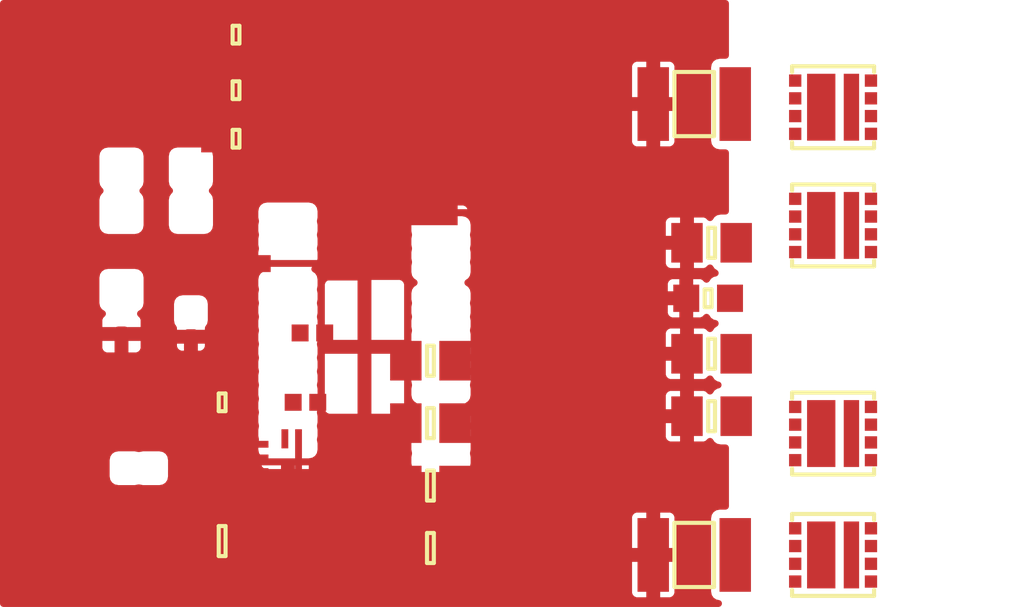
<source format=kicad_pcb>
(kicad_pcb (version 20171130) (host pcbnew "(5.0.0)")

  (general
    (thickness 1.6)
    (drawings 0)
    (tracks 30)
    (zones 0)
    (modules 28)
    (nets 47)
  )

  (page A4)
  (layers
    (0 F.Cu signal)
    (31 B.Cu signal)
    (32 B.Adhes user)
    (33 F.Adhes user)
    (34 B.Paste user)
    (35 F.Paste user)
    (36 B.SilkS user)
    (37 F.SilkS user)
    (38 B.Mask user)
    (39 F.Mask user)
    (40 Dwgs.User user)
    (41 Cmts.User user)
    (42 Eco1.User user)
    (43 Eco2.User user)
    (44 Edge.Cuts user)
    (45 Margin user)
    (46 B.CrtYd user)
    (47 F.CrtYd user)
    (48 B.Fab user)
    (49 F.Fab user hide)
  )

  (setup
    (last_trace_width 0.25)
    (trace_clearance 0.2)
    (zone_clearance 0.3)
    (zone_45_only no)
    (trace_min 0.2)
    (segment_width 0.2)
    (edge_width 0.15)
    (via_size 0.8)
    (via_drill 0.4)
    (via_min_size 0.4)
    (via_min_drill 0.3)
    (uvia_size 0.3)
    (uvia_drill 0.1)
    (uvias_allowed no)
    (uvia_min_size 0.2)
    (uvia_min_drill 0.1)
    (pcb_text_width 0.3)
    (pcb_text_size 1.5 1.5)
    (mod_edge_width 0.15)
    (mod_text_size 1 1)
    (mod_text_width 0.15)
    (pad_size 1.524 1.524)
    (pad_drill 0.762)
    (pad_to_mask_clearance 0.2)
    (aux_axis_origin 0 0)
    (visible_elements 7FFFFFFF)
    (pcbplotparams
      (layerselection 0x330fc_ffffffff)
      (usegerberextensions true)
      (usegerberattributes false)
      (usegerberadvancedattributes false)
      (creategerberjobfile true)
      (gerberprecision 5)
      (excludeedgelayer true)
      (linewidth 0.100000)
      (plotframeref false)
      (viasonmask false)
      (mode 1)
      (useauxorigin false)
      (hpglpennumber 1)
      (hpglpenspeed 20)
      (hpglpendiameter 15.000000)
      (psnegative false)
      (psa4output false)
      (plotreference true)
      (plotvalue true)
      (plotinvisibletext false)
      (padsonsilk false)
      (subtractmaskfromsilk false)
      (outputformat 1)
      (mirror false)
      (drillshape 0)
      (scaleselection 1)
      (outputdirectory "D:/Alessio/UNAV2/carrier_test/Drivers/drv8704/gerber/"))
  )

  (net 0 "")
  (net 1 "Net-(C7-Pad1)")
  (net 2 "Net-(C7-Pad2)")
  (net 3 "Net-(C8-Pad1)")
  (net 4 /Driver/VMOT)
  (net 5 GND)
  (net 6 "Net-(C6-Pad1)")
  (net 7 "Net-(C4-Pad2)")
  (net 8 /Driver/SLEEPn)
  (net 9 /Driver/RESET)
  (net 10 /Driver/AIN1)
  (net 11 /Driver/AIN2)
  (net 12 /Driver/BIN2)
  (net 13 /Driver/SPI_SCK)
  (net 14 /Driver/SPI_MOSI)
  (net 15 /Driver/SPI_CS)
  (net 16 /Driver/SPI_MISO)
  (net 17 /Driver/FAULTn)
  (net 18 /Driver/A1)
  (net 19 "Net-(IC1-Pad36)")
  (net 20 "Net-(IC1-Pad35)")
  (net 21 "Net-(IC1-Pad34)")
  (net 22 "Net-(IC1-Pad32)")
  (net 23 "Net-(IC1-Pad31)")
  (net 24 /Driver/A2)
  (net 25 "Net-(IC1-Pad29)")
  (net 26 /Driver/B1)
  (net 27 "Net-(IC1-Pad27)")
  (net 28 "Net-(IC1-Pad26)")
  (net 29 "Net-(IC1-Pad25)")
  (net 30 "Net-(IC1-Pad23)")
  (net 31 "Net-(IC1-Pad22)")
  (net 32 /Driver/B2)
  (net 33 "Net-(IC1-Pad20)")
  (net 34 /Driver/V_IO)
  (net 35 /Power/VIN)
  (net 36 "Net-(IC2-Pad6)")
  (net 37 /Power/Vout)
  (net 38 "Net-(IC2-Pad4)")
  (net 39 "Net-(IC2-Pad3)")
  (net 40 "Net-(C10-Pad1)")
  (net 41 "Net-(IC2-Pad11)")
  (net 42 /Power/ENABLE)
  (net 43 "Net-(C11-Pad1)")
  (net 44 "Net-(IC2-Pad8)")
  (net 45 "Net-(C9-Pad2)")
  (net 46 "Net-(C11-Pad2)")

  (net_class Default "This is the default net class."
    (clearance 0.2)
    (trace_width 0.25)
    (via_dia 0.8)
    (via_drill 0.4)
    (uvia_dia 0.3)
    (uvia_drill 0.1)
    (add_net /Driver/A1)
    (add_net /Driver/A2)
    (add_net /Driver/AIN1)
    (add_net /Driver/AIN2)
    (add_net /Driver/B1)
    (add_net /Driver/B2)
    (add_net /Driver/BIN2)
    (add_net /Driver/FAULTn)
    (add_net /Driver/RESET)
    (add_net /Driver/SLEEPn)
    (add_net /Driver/SPI_CS)
    (add_net /Driver/SPI_MISO)
    (add_net /Driver/SPI_MOSI)
    (add_net /Driver/SPI_SCK)
    (add_net /Driver/VMOT)
    (add_net /Driver/V_IO)
    (add_net /Power/ENABLE)
    (add_net /Power/VIN)
    (add_net /Power/Vout)
    (add_net GND)
    (add_net "Net-(C10-Pad1)")
    (add_net "Net-(C11-Pad1)")
    (add_net "Net-(C11-Pad2)")
    (add_net "Net-(C4-Pad2)")
    (add_net "Net-(C6-Pad1)")
    (add_net "Net-(C7-Pad1)")
    (add_net "Net-(C7-Pad2)")
    (add_net "Net-(C8-Pad1)")
    (add_net "Net-(C9-Pad2)")
    (add_net "Net-(IC1-Pad20)")
    (add_net "Net-(IC1-Pad22)")
    (add_net "Net-(IC1-Pad23)")
    (add_net "Net-(IC1-Pad25)")
    (add_net "Net-(IC1-Pad26)")
    (add_net "Net-(IC1-Pad27)")
    (add_net "Net-(IC1-Pad29)")
    (add_net "Net-(IC1-Pad31)")
    (add_net "Net-(IC1-Pad32)")
    (add_net "Net-(IC1-Pad34)")
    (add_net "Net-(IC1-Pad35)")
    (add_net "Net-(IC1-Pad36)")
    (add_net "Net-(IC2-Pad11)")
    (add_net "Net-(IC2-Pad3)")
    (add_net "Net-(IC2-Pad4)")
    (add_net "Net-(IC2-Pad6)")
    (add_net "Net-(IC2-Pad8)")
  )

  (module agg:0603 (layer F.Cu) (tedit 57654490) (tstamp 5B64BF95)
    (at 86.868 85.852 180)
    (path /5B5B95B7/5B5B97BB)
    (fp_text reference C1 (at -2.225 0 270) (layer F.Fab)
      (effects (font (size 1 1) (thickness 0.15)))
    )
    (fp_text value 0.1μF (at 2.225 0 270) (layer F.Fab)
      (effects (font (size 1 1) (thickness 0.15)))
    )
    (fp_line (start -0.8 -0.4) (end 0.8 -0.4) (layer F.Fab) (width 0.01))
    (fp_line (start 0.8 -0.4) (end 0.8 0.4) (layer F.Fab) (width 0.01))
    (fp_line (start 0.8 0.4) (end -0.8 0.4) (layer F.Fab) (width 0.01))
    (fp_line (start -0.8 0.4) (end -0.8 -0.4) (layer F.Fab) (width 0.01))
    (fp_line (start -0.45 -0.4) (end -0.45 0.4) (layer F.Fab) (width 0.01))
    (fp_line (start 0.45 -0.4) (end 0.45 0.4) (layer F.Fab) (width 0.01))
    (fp_line (start -0.125 -0.325) (end 0.125 -0.325) (layer F.SilkS) (width 0.15))
    (fp_line (start 0.125 -0.325) (end 0.125 0.325) (layer F.SilkS) (width 0.15))
    (fp_line (start 0.125 0.325) (end -0.125 0.325) (layer F.SilkS) (width 0.15))
    (fp_line (start -0.125 0.325) (end -0.125 -0.325) (layer F.SilkS) (width 0.15))
    (fp_line (start -1.55 -0.75) (end 1.55 -0.75) (layer F.CrtYd) (width 0.01))
    (fp_line (start 1.55 -0.75) (end 1.55 0.75) (layer F.CrtYd) (width 0.01))
    (fp_line (start 1.55 0.75) (end -1.55 0.75) (layer F.CrtYd) (width 0.01))
    (fp_line (start -1.55 0.75) (end -1.55 -0.75) (layer F.CrtYd) (width 0.01))
    (pad 1 smd rect (at -0.8 0 180) (size 0.95 1) (layers F.Cu F.Paste F.Mask)
      (net 4 /Driver/VMOT))
    (pad 2 smd rect (at 0.8 0 180) (size 0.95 1) (layers F.Cu F.Paste F.Mask)
      (net 5 GND))
    (model ${KISYS3DMOD}/Resistors_SMD.3dshapes/R_0603.wrl
      (at (xyz 0 0 0))
      (scale (xyz 1 1 1))
      (rotate (xyz 0 0 0))
    )
  )

  (module agg:PowerPair-3x3 (layer F.Cu) (tedit 56E1F8A4) (tstamp 5B72A535)
    (at 91.44 90.805 90)
    (path /5B5B95B7/5B5A5C35)
    (fp_text reference Q1 (at 0 2.7 90) (layer F.Fab)
      (effects (font (size 1 1) (thickness 0.15)))
    )
    (fp_text value SiZ340DT (at 0 -2.6 90) (layer F.Fab)
      (effects (font (size 1 1) (thickness 0.15)))
    )
    (fp_line (start 1.5 -1.5) (end 1.5 1.5) (layer F.SilkS) (width 0.15))
    (fp_line (start -1.5 -1.5) (end -1.5 1.5) (layer F.SilkS) (width 0.15))
    (fp_line (start -1.5 -1.5) (end 1.5 -1.5) (layer F.Fab) (width 0.01))
    (fp_line (start -1.5 1.5) (end -1.5 -1.5) (layer F.Fab) (width 0.01))
    (fp_line (start 1.5 1.5) (end -1.5 1.5) (layer F.Fab) (width 0.01))
    (fp_line (start 1.5 -1.5) (end 1.5 1.5) (layer F.Fab) (width 0.01))
    (fp_line (start 1.75 1.9) (end 1.75 -1.9) (layer F.CrtYd) (width 0.01))
    (fp_line (start -1.75 1.9) (end 1.75 1.9) (layer F.CrtYd) (width 0.01))
    (fp_line (start -1.75 -1.9) (end -1.75 1.9) (layer F.CrtYd) (width 0.01))
    (fp_line (start 1.75 -1.9) (end -1.75 -1.9) (layer F.CrtYd) (width 0.01))
    (fp_line (start 1.5 -1.5) (end 1.28 -1.5) (layer F.SilkS) (width 0.15))
    (fp_line (start 1.5 1.5) (end 1.28 1.5) (layer F.SilkS) (width 0.15))
    (fp_line (start -1.5 1.5) (end -1.28 1.5) (layer F.SilkS) (width 0.15))
    (fp_line (start -1.5 -1.5) (end -1.28 -1.5) (layer F.SilkS) (width 0.15))
    (pad D1 smd rect (at 0 0.671 90) (size 2.45 0.562) (layers F.Cu F.Paste F.Mask)
      (net 4 /Driver/VMOT))
    (pad S1D2 smd rect (at 0 -0.434 90) (size 2.45 1.036) (layers F.Cu F.Paste F.Mask)
      (net 26 /Driver/B1))
    (pad S2 smd rect (at 0.975 -1.386 90) (size 0.45 0.45) (layers F.Cu F.Paste F.Mask)
      (net 29 "Net-(IC1-Pad25)"))
    (pad S2 smd rect (at 0.325 -1.386 90) (size 0.45 0.45) (layers F.Cu F.Paste F.Mask)
      (net 29 "Net-(IC1-Pad25)"))
    (pad S2 smd rect (at -0.325 -1.386 90) (size 0.45 0.45) (layers F.Cu F.Paste F.Mask)
      (net 29 "Net-(IC1-Pad25)"))
    (pad G2 smd rect (at -0.975 -1.386 90) (size 0.45 0.45) (layers F.Cu F.Paste F.Mask)
      (net 28 "Net-(IC1-Pad26)"))
    (pad D1 smd rect (at -0.325 1.386 90) (size 0.45 0.45) (layers F.Cu F.Paste F.Mask)
      (net 4 /Driver/VMOT))
    (pad G1 smd rect (at -0.975 1.386 90) (size 0.45 0.45) (layers F.Cu F.Paste F.Mask)
      (net 27 "Net-(IC1-Pad27)"))
    (pad D1 smd rect (at 0.325 1.386 90) (size 0.45 0.45) (layers F.Cu F.Paste F.Mask)
      (net 4 /Driver/VMOT))
    (pad D1 smd rect (at 0.975 1.386 90) (size 0.45 0.45) (layers F.Cu F.Paste F.Mask)
      (net 4 /Driver/VMOT))
  )

  (module agg:PowerPair-3x3 (layer F.Cu) (tedit 56E1F8A4) (tstamp 5B72A51A)
    (at 91.44 78.856 90)
    (path /5B5B95B7/5B5A5F9F)
    (fp_text reference Q2 (at 0 2.7 90) (layer F.Fab)
      (effects (font (size 1 1) (thickness 0.15)))
    )
    (fp_text value SiZ340DT (at 0 -2.6 90) (layer F.Fab)
      (effects (font (size 1 1) (thickness 0.15)))
    )
    (fp_line (start -1.5 -1.5) (end -1.28 -1.5) (layer F.SilkS) (width 0.15))
    (fp_line (start -1.5 1.5) (end -1.28 1.5) (layer F.SilkS) (width 0.15))
    (fp_line (start 1.5 1.5) (end 1.28 1.5) (layer F.SilkS) (width 0.15))
    (fp_line (start 1.5 -1.5) (end 1.28 -1.5) (layer F.SilkS) (width 0.15))
    (fp_line (start 1.75 -1.9) (end -1.75 -1.9) (layer F.CrtYd) (width 0.01))
    (fp_line (start -1.75 -1.9) (end -1.75 1.9) (layer F.CrtYd) (width 0.01))
    (fp_line (start -1.75 1.9) (end 1.75 1.9) (layer F.CrtYd) (width 0.01))
    (fp_line (start 1.75 1.9) (end 1.75 -1.9) (layer F.CrtYd) (width 0.01))
    (fp_line (start 1.5 -1.5) (end 1.5 1.5) (layer F.Fab) (width 0.01))
    (fp_line (start 1.5 1.5) (end -1.5 1.5) (layer F.Fab) (width 0.01))
    (fp_line (start -1.5 1.5) (end -1.5 -1.5) (layer F.Fab) (width 0.01))
    (fp_line (start -1.5 -1.5) (end 1.5 -1.5) (layer F.Fab) (width 0.01))
    (fp_line (start -1.5 -1.5) (end -1.5 1.5) (layer F.SilkS) (width 0.15))
    (fp_line (start 1.5 -1.5) (end 1.5 1.5) (layer F.SilkS) (width 0.15))
    (pad D1 smd rect (at 0.975 1.386 90) (size 0.45 0.45) (layers F.Cu F.Paste F.Mask)
      (net 4 /Driver/VMOT))
    (pad D1 smd rect (at 0.325 1.386 90) (size 0.45 0.45) (layers F.Cu F.Paste F.Mask)
      (net 4 /Driver/VMOT))
    (pad G1 smd rect (at -0.975 1.386 90) (size 0.45 0.45) (layers F.Cu F.Paste F.Mask)
      (net 19 "Net-(IC1-Pad36)"))
    (pad D1 smd rect (at -0.325 1.386 90) (size 0.45 0.45) (layers F.Cu F.Paste F.Mask)
      (net 4 /Driver/VMOT))
    (pad G2 smd rect (at -0.975 -1.386 90) (size 0.45 0.45) (layers F.Cu F.Paste F.Mask)
      (net 20 "Net-(IC1-Pad35)"))
    (pad S2 smd rect (at -0.325 -1.386 90) (size 0.45 0.45) (layers F.Cu F.Paste F.Mask)
      (net 21 "Net-(IC1-Pad34)"))
    (pad S2 smd rect (at 0.325 -1.386 90) (size 0.45 0.45) (layers F.Cu F.Paste F.Mask)
      (net 21 "Net-(IC1-Pad34)"))
    (pad S2 smd rect (at 0.975 -1.386 90) (size 0.45 0.45) (layers F.Cu F.Paste F.Mask)
      (net 21 "Net-(IC1-Pad34)"))
    (pad S1D2 smd rect (at 0 -0.434 90) (size 2.45 1.036) (layers F.Cu F.Paste F.Mask)
      (net 18 /Driver/A1))
    (pad D1 smd rect (at 0 0.671 90) (size 2.45 0.562) (layers F.Cu F.Paste F.Mask)
      (net 4 /Driver/VMOT))
  )

  (module agg:PowerPair-3x3 (layer F.Cu) (tedit 56E1F8A4) (tstamp 5B72A4FF)
    (at 91.44 95.25 90)
    (path /5B5B95B7/5B5A5ADE)
    (fp_text reference Q3 (at 0 2.7 90) (layer F.Fab)
      (effects (font (size 1 1) (thickness 0.15)))
    )
    (fp_text value SiZ340DT (at 0 -2.6 90) (layer F.Fab)
      (effects (font (size 1 1) (thickness 0.15)))
    )
    (fp_line (start 1.5 -1.5) (end 1.5 1.5) (layer F.SilkS) (width 0.15))
    (fp_line (start -1.5 -1.5) (end -1.5 1.5) (layer F.SilkS) (width 0.15))
    (fp_line (start -1.5 -1.5) (end 1.5 -1.5) (layer F.Fab) (width 0.01))
    (fp_line (start -1.5 1.5) (end -1.5 -1.5) (layer F.Fab) (width 0.01))
    (fp_line (start 1.5 1.5) (end -1.5 1.5) (layer F.Fab) (width 0.01))
    (fp_line (start 1.5 -1.5) (end 1.5 1.5) (layer F.Fab) (width 0.01))
    (fp_line (start 1.75 1.9) (end 1.75 -1.9) (layer F.CrtYd) (width 0.01))
    (fp_line (start -1.75 1.9) (end 1.75 1.9) (layer F.CrtYd) (width 0.01))
    (fp_line (start -1.75 -1.9) (end -1.75 1.9) (layer F.CrtYd) (width 0.01))
    (fp_line (start 1.75 -1.9) (end -1.75 -1.9) (layer F.CrtYd) (width 0.01))
    (fp_line (start 1.5 -1.5) (end 1.28 -1.5) (layer F.SilkS) (width 0.15))
    (fp_line (start 1.5 1.5) (end 1.28 1.5) (layer F.SilkS) (width 0.15))
    (fp_line (start -1.5 1.5) (end -1.28 1.5) (layer F.SilkS) (width 0.15))
    (fp_line (start -1.5 -1.5) (end -1.28 -1.5) (layer F.SilkS) (width 0.15))
    (pad D1 smd rect (at 0 0.671 90) (size 2.45 0.562) (layers F.Cu F.Paste F.Mask)
      (net 4 /Driver/VMOT))
    (pad S1D2 smd rect (at 0 -0.434 90) (size 2.45 1.036) (layers F.Cu F.Paste F.Mask)
      (net 32 /Driver/B2))
    (pad S2 smd rect (at 0.975 -1.386 90) (size 0.45 0.45) (layers F.Cu F.Paste F.Mask)
      (net 29 "Net-(IC1-Pad25)"))
    (pad S2 smd rect (at 0.325 -1.386 90) (size 0.45 0.45) (layers F.Cu F.Paste F.Mask)
      (net 29 "Net-(IC1-Pad25)"))
    (pad S2 smd rect (at -0.325 -1.386 90) (size 0.45 0.45) (layers F.Cu F.Paste F.Mask)
      (net 29 "Net-(IC1-Pad25)"))
    (pad G2 smd rect (at -0.975 -1.386 90) (size 0.45 0.45) (layers F.Cu F.Paste F.Mask)
      (net 30 "Net-(IC1-Pad23)"))
    (pad D1 smd rect (at -0.325 1.386 90) (size 0.45 0.45) (layers F.Cu F.Paste F.Mask)
      (net 4 /Driver/VMOT))
    (pad G1 smd rect (at -0.975 1.386 90) (size 0.45 0.45) (layers F.Cu F.Paste F.Mask)
      (net 31 "Net-(IC1-Pad22)"))
    (pad D1 smd rect (at 0.325 1.386 90) (size 0.45 0.45) (layers F.Cu F.Paste F.Mask)
      (net 4 /Driver/VMOT))
    (pad D1 smd rect (at 0.975 1.386 90) (size 0.45 0.45) (layers F.Cu F.Paste F.Mask)
      (net 4 /Driver/VMOT))
  )

  (module agg:PowerPair-3x3 (layer F.Cu) (tedit 56E1F8A4) (tstamp 5B72A4E4)
    (at 91.44 83.185 90)
    (path /5B5B95B7/5B5A5F0F)
    (fp_text reference Q4 (at 0 2.7 90) (layer F.Fab)
      (effects (font (size 1 1) (thickness 0.15)))
    )
    (fp_text value SiZ340DT (at 0 -2.6 90) (layer F.Fab)
      (effects (font (size 1 1) (thickness 0.15)))
    )
    (fp_line (start -1.5 -1.5) (end -1.28 -1.5) (layer F.SilkS) (width 0.15))
    (fp_line (start -1.5 1.5) (end -1.28 1.5) (layer F.SilkS) (width 0.15))
    (fp_line (start 1.5 1.5) (end 1.28 1.5) (layer F.SilkS) (width 0.15))
    (fp_line (start 1.5 -1.5) (end 1.28 -1.5) (layer F.SilkS) (width 0.15))
    (fp_line (start 1.75 -1.9) (end -1.75 -1.9) (layer F.CrtYd) (width 0.01))
    (fp_line (start -1.75 -1.9) (end -1.75 1.9) (layer F.CrtYd) (width 0.01))
    (fp_line (start -1.75 1.9) (end 1.75 1.9) (layer F.CrtYd) (width 0.01))
    (fp_line (start 1.75 1.9) (end 1.75 -1.9) (layer F.CrtYd) (width 0.01))
    (fp_line (start 1.5 -1.5) (end 1.5 1.5) (layer F.Fab) (width 0.01))
    (fp_line (start 1.5 1.5) (end -1.5 1.5) (layer F.Fab) (width 0.01))
    (fp_line (start -1.5 1.5) (end -1.5 -1.5) (layer F.Fab) (width 0.01))
    (fp_line (start -1.5 -1.5) (end 1.5 -1.5) (layer F.Fab) (width 0.01))
    (fp_line (start -1.5 -1.5) (end -1.5 1.5) (layer F.SilkS) (width 0.15))
    (fp_line (start 1.5 -1.5) (end 1.5 1.5) (layer F.SilkS) (width 0.15))
    (pad D1 smd rect (at 0.975 1.386 90) (size 0.45 0.45) (layers F.Cu F.Paste F.Mask)
      (net 4 /Driver/VMOT))
    (pad D1 smd rect (at 0.325 1.386 90) (size 0.45 0.45) (layers F.Cu F.Paste F.Mask)
      (net 4 /Driver/VMOT))
    (pad G1 smd rect (at -0.975 1.386 90) (size 0.45 0.45) (layers F.Cu F.Paste F.Mask)
      (net 23 "Net-(IC1-Pad31)"))
    (pad D1 smd rect (at -0.325 1.386 90) (size 0.45 0.45) (layers F.Cu F.Paste F.Mask)
      (net 4 /Driver/VMOT))
    (pad G2 smd rect (at -0.975 -1.386 90) (size 0.45 0.45) (layers F.Cu F.Paste F.Mask)
      (net 22 "Net-(IC1-Pad32)"))
    (pad S2 smd rect (at -0.325 -1.386 90) (size 0.45 0.45) (layers F.Cu F.Paste F.Mask)
      (net 21 "Net-(IC1-Pad34)"))
    (pad S2 smd rect (at 0.325 -1.386 90) (size 0.45 0.45) (layers F.Cu F.Paste F.Mask)
      (net 21 "Net-(IC1-Pad34)"))
    (pad S2 smd rect (at 0.975 -1.386 90) (size 0.45 0.45) (layers F.Cu F.Paste F.Mask)
      (net 21 "Net-(IC1-Pad34)"))
    (pad S1D2 smd rect (at 0 -0.434 90) (size 2.45 1.036) (layers F.Cu F.Paste F.Mask)
      (net 24 /Driver/A2))
    (pad D1 smd rect (at 0 0.671 90) (size 2.45 0.562) (layers F.Cu F.Paste F.Mask)
      (net 4 /Driver/VMOT))
  )

  (module agg:0402 (layer F.Cu) (tedit 57654490) (tstamp 5B59DBB1)
    (at 67.876 92.456 180)
    (path /5B588C25/5B589E1C)
    (fp_text reference R8 (at -1.71 0 270) (layer F.Fab)
      (effects (font (size 1 1) (thickness 0.15)))
    )
    (fp_text value 5.6K (at 1.71 0 270) (layer F.Fab)
      (effects (font (size 1 1) (thickness 0.15)))
    )
    (fp_line (start -0.5 -0.25) (end 0.5 -0.25) (layer F.Fab) (width 0.01))
    (fp_line (start 0.5 -0.25) (end 0.5 0.25) (layer F.Fab) (width 0.01))
    (fp_line (start 0.5 0.25) (end -0.5 0.25) (layer F.Fab) (width 0.01))
    (fp_line (start -0.5 0.25) (end -0.5 -0.25) (layer F.Fab) (width 0.01))
    (fp_line (start -0.2 -0.25) (end -0.2 0.25) (layer F.Fab) (width 0.01))
    (fp_line (start 0.2 -0.25) (end 0.2 0.25) (layer F.Fab) (width 0.01))
    (fp_line (start -1.05 -0.6) (end 1.05 -0.6) (layer F.CrtYd) (width 0.01))
    (fp_line (start 1.05 -0.6) (end 1.05 0.6) (layer F.CrtYd) (width 0.01))
    (fp_line (start 1.05 0.6) (end -1.05 0.6) (layer F.CrtYd) (width 0.01))
    (fp_line (start -1.05 0.6) (end -1.05 -0.6) (layer F.CrtYd) (width 0.01))
    (pad 1 smd rect (at -0.45 0 180) (size 0.62 0.62) (layers F.Cu F.Paste F.Mask)
      (net 41 "Net-(IC2-Pad11)"))
    (pad 2 smd rect (at 0.45 0 180) (size 0.62 0.62) (layers F.Cu F.Paste F.Mask)
      (net 5 GND))
    (model ${KISYS3DMOD}/Resistors_SMD.3dshapes/R_0402.wrl
      (at (xyz 0 0 0))
      (scale (xyz 1 1 1))
      (rotate (xyz 0 0 0))
    )
  )

  (module agg:0402 (layer F.Cu) (tedit 57654490) (tstamp 5B59DBA1)
    (at 72.39 87.122 180)
    (path /5B588C25/5B589DD2)
    (fp_text reference R7 (at -1.71 0 270) (layer F.Fab)
      (effects (font (size 1 1) (thickness 0.15)))
    )
    (fp_text value 41.2K (at 1.71 0 270) (layer F.Fab)
      (effects (font (size 1 1) (thickness 0.15)))
    )
    (fp_line (start -1.05 0.6) (end -1.05 -0.6) (layer F.CrtYd) (width 0.01))
    (fp_line (start 1.05 0.6) (end -1.05 0.6) (layer F.CrtYd) (width 0.01))
    (fp_line (start 1.05 -0.6) (end 1.05 0.6) (layer F.CrtYd) (width 0.01))
    (fp_line (start -1.05 -0.6) (end 1.05 -0.6) (layer F.CrtYd) (width 0.01))
    (fp_line (start 0.2 -0.25) (end 0.2 0.25) (layer F.Fab) (width 0.01))
    (fp_line (start -0.2 -0.25) (end -0.2 0.25) (layer F.Fab) (width 0.01))
    (fp_line (start -0.5 0.25) (end -0.5 -0.25) (layer F.Fab) (width 0.01))
    (fp_line (start 0.5 0.25) (end -0.5 0.25) (layer F.Fab) (width 0.01))
    (fp_line (start 0.5 -0.25) (end 0.5 0.25) (layer F.Fab) (width 0.01))
    (fp_line (start -0.5 -0.25) (end 0.5 -0.25) (layer F.Fab) (width 0.01))
    (pad 2 smd rect (at 0.45 0 180) (size 0.62 0.62) (layers F.Cu F.Paste F.Mask)
      (net 41 "Net-(IC2-Pad11)"))
    (pad 1 smd rect (at -0.45 0 180) (size 0.62 0.62) (layers F.Cu F.Paste F.Mask)
      (net 37 /Power/Vout))
    (model ${KISYS3DMOD}/Resistors_SMD.3dshapes/R_0402.wrl
      (at (xyz 0 0 0))
      (scale (xyz 1 1 1))
      (rotate (xyz 0 0 0))
    )
  )

  (module agg:0402 (layer F.Cu) (tedit 57654490) (tstamp 5B59DB91)
    (at 67.818 91.186)
    (path /5B588C25/5B588FCF)
    (fp_text reference R6 (at -1.71 0 90) (layer F.Fab)
      (effects (font (size 1 1) (thickness 0.15)))
    )
    (fp_text value NC (at 1.71 0 90) (layer F.Fab)
      (effects (font (size 1 1) (thickness 0.15)))
    )
    (fp_line (start -0.5 -0.25) (end 0.5 -0.25) (layer F.Fab) (width 0.01))
    (fp_line (start 0.5 -0.25) (end 0.5 0.25) (layer F.Fab) (width 0.01))
    (fp_line (start 0.5 0.25) (end -0.5 0.25) (layer F.Fab) (width 0.01))
    (fp_line (start -0.5 0.25) (end -0.5 -0.25) (layer F.Fab) (width 0.01))
    (fp_line (start -0.2 -0.25) (end -0.2 0.25) (layer F.Fab) (width 0.01))
    (fp_line (start 0.2 -0.25) (end 0.2 0.25) (layer F.Fab) (width 0.01))
    (fp_line (start -1.05 -0.6) (end 1.05 -0.6) (layer F.CrtYd) (width 0.01))
    (fp_line (start 1.05 -0.6) (end 1.05 0.6) (layer F.CrtYd) (width 0.01))
    (fp_line (start 1.05 0.6) (end -1.05 0.6) (layer F.CrtYd) (width 0.01))
    (fp_line (start -1.05 0.6) (end -1.05 -0.6) (layer F.CrtYd) (width 0.01))
    (pad 1 smd rect (at -0.45 0) (size 0.62 0.62) (layers F.Cu F.Paste F.Mask)
      (net 43 "Net-(C11-Pad1)"))
    (pad 2 smd rect (at 0.45 0) (size 0.62 0.62) (layers F.Cu F.Paste F.Mask)
      (net 41 "Net-(IC2-Pad11)"))
    (model ${KISYS3DMOD}/Resistors_SMD.3dshapes/R_0402.wrl
      (at (xyz 0 0 0))
      (scale (xyz 1 1 1))
      (rotate (xyz 0 0 0))
    )
  )

  (module agg:0402 (layer F.Cu) (tedit 57654490) (tstamp 5B59DB81)
    (at 72.898 94.996)
    (path /5B588C25/5B588F9D)
    (fp_text reference R5 (at -1.71 0 90) (layer F.Fab)
      (effects (font (size 1 1) (thickness 0.15)))
    )
    (fp_text value NC (at 1.71 0 90) (layer F.Fab)
      (effects (font (size 1 1) (thickness 0.15)))
    )
    (fp_line (start -1.05 0.6) (end -1.05 -0.6) (layer F.CrtYd) (width 0.01))
    (fp_line (start 1.05 0.6) (end -1.05 0.6) (layer F.CrtYd) (width 0.01))
    (fp_line (start 1.05 -0.6) (end 1.05 0.6) (layer F.CrtYd) (width 0.01))
    (fp_line (start -1.05 -0.6) (end 1.05 -0.6) (layer F.CrtYd) (width 0.01))
    (fp_line (start 0.2 -0.25) (end 0.2 0.25) (layer F.Fab) (width 0.01))
    (fp_line (start -0.2 -0.25) (end -0.2 0.25) (layer F.Fab) (width 0.01))
    (fp_line (start -0.5 0.25) (end -0.5 -0.25) (layer F.Fab) (width 0.01))
    (fp_line (start 0.5 0.25) (end -0.5 0.25) (layer F.Fab) (width 0.01))
    (fp_line (start 0.5 -0.25) (end 0.5 0.25) (layer F.Fab) (width 0.01))
    (fp_line (start -0.5 -0.25) (end 0.5 -0.25) (layer F.Fab) (width 0.01))
    (pad 2 smd rect (at 0.45 0) (size 0.62 0.62) (layers F.Cu F.Paste F.Mask)
      (net 43 "Net-(C11-Pad1)"))
    (pad 1 smd rect (at -0.45 0) (size 0.62 0.62) (layers F.Cu F.Paste F.Mask)
      (net 43 "Net-(C11-Pad1)"))
    (model ${KISYS3DMOD}/Resistors_SMD.3dshapes/R_0402.wrl
      (at (xyz 0 0 0))
      (scale (xyz 1 1 1))
      (rotate (xyz 0 0 0))
    )
  )

  (module agg:0402 (layer F.Cu) (tedit 57654490) (tstamp 5B59DB71)
    (at 72.136 89.662)
    (path /5B588C25/5B588F4F)
    (fp_text reference R4 (at -1.71 0 90) (layer F.Fab)
      (effects (font (size 1 1) (thickness 0.15)))
    )
    (fp_text value 3.3 (at 1.71 0 90) (layer F.Fab)
      (effects (font (size 1 1) (thickness 0.15)))
    )
    (fp_line (start -0.5 -0.25) (end 0.5 -0.25) (layer F.Fab) (width 0.01))
    (fp_line (start 0.5 -0.25) (end 0.5 0.25) (layer F.Fab) (width 0.01))
    (fp_line (start 0.5 0.25) (end -0.5 0.25) (layer F.Fab) (width 0.01))
    (fp_line (start -0.5 0.25) (end -0.5 -0.25) (layer F.Fab) (width 0.01))
    (fp_line (start -0.2 -0.25) (end -0.2 0.25) (layer F.Fab) (width 0.01))
    (fp_line (start 0.2 -0.25) (end 0.2 0.25) (layer F.Fab) (width 0.01))
    (fp_line (start -1.05 -0.6) (end 1.05 -0.6) (layer F.CrtYd) (width 0.01))
    (fp_line (start 1.05 -0.6) (end 1.05 0.6) (layer F.CrtYd) (width 0.01))
    (fp_line (start 1.05 0.6) (end -1.05 0.6) (layer F.CrtYd) (width 0.01))
    (fp_line (start -1.05 0.6) (end -1.05 -0.6) (layer F.CrtYd) (width 0.01))
    (pad 1 smd rect (at -0.45 0) (size 0.62 0.62) (layers F.Cu F.Paste F.Mask)
      (net 44 "Net-(IC2-Pad8)"))
    (pad 2 smd rect (at 0.45 0) (size 0.62 0.62) (layers F.Cu F.Paste F.Mask)
      (net 46 "Net-(C11-Pad2)"))
    (model ${KISYS3DMOD}/Resistors_SMD.3dshapes/R_0402.wrl
      (at (xyz 0 0 0))
      (scale (xyz 1 1 1))
      (rotate (xyz 0 0 0))
    )
  )

  (module agg:0603 (layer F.Cu) (tedit 57654490) (tstamp 5B59DB34)
    (at 69.088 89.662 180)
    (path /5B588C25/5B588DCF)
    (fp_text reference C10 (at -2.225 0 270) (layer F.Fab)
      (effects (font (size 1 1) (thickness 0.15)))
    )
    (fp_text value 1UF (at 2.225 0 270) (layer F.Fab)
      (effects (font (size 1 1) (thickness 0.15)))
    )
    (fp_line (start -1.55 0.75) (end -1.55 -0.75) (layer F.CrtYd) (width 0.01))
    (fp_line (start 1.55 0.75) (end -1.55 0.75) (layer F.CrtYd) (width 0.01))
    (fp_line (start 1.55 -0.75) (end 1.55 0.75) (layer F.CrtYd) (width 0.01))
    (fp_line (start -1.55 -0.75) (end 1.55 -0.75) (layer F.CrtYd) (width 0.01))
    (fp_line (start -0.125 0.325) (end -0.125 -0.325) (layer F.SilkS) (width 0.15))
    (fp_line (start 0.125 0.325) (end -0.125 0.325) (layer F.SilkS) (width 0.15))
    (fp_line (start 0.125 -0.325) (end 0.125 0.325) (layer F.SilkS) (width 0.15))
    (fp_line (start -0.125 -0.325) (end 0.125 -0.325) (layer F.SilkS) (width 0.15))
    (fp_line (start 0.45 -0.4) (end 0.45 0.4) (layer F.Fab) (width 0.01))
    (fp_line (start -0.45 -0.4) (end -0.45 0.4) (layer F.Fab) (width 0.01))
    (fp_line (start -0.8 0.4) (end -0.8 -0.4) (layer F.Fab) (width 0.01))
    (fp_line (start 0.8 0.4) (end -0.8 0.4) (layer F.Fab) (width 0.01))
    (fp_line (start 0.8 -0.4) (end 0.8 0.4) (layer F.Fab) (width 0.01))
    (fp_line (start -0.8 -0.4) (end 0.8 -0.4) (layer F.Fab) (width 0.01))
    (pad 2 smd rect (at 0.8 0 180) (size 0.95 1) (layers F.Cu F.Paste F.Mask)
      (net 5 GND))
    (pad 1 smd rect (at -0.8 0 180) (size 0.95 1) (layers F.Cu F.Paste F.Mask)
      (net 40 "Net-(C10-Pad1)"))
    (model ${KISYS3DMOD}/Resistors_SMD.3dshapes/R_0603.wrl
      (at (xyz 0 0 0))
      (scale (xyz 1 1 1))
      (rotate (xyz 0 0 0))
    )
  )

  (module agg:0805 (layer F.Cu) (tedit 5B8559AF) (tstamp 5B59DAC0)
    (at 76.708 88.138 180)
    (path /5B588C25/5B588E94)
    (fp_text reference C15 (at -2.425 0 270) (layer F.Fab)
      (effects (font (size 1 1) (thickness 0.15)))
    )
    (fp_text value 22UF (at 2.425 0 270) (layer F.Fab) hide
      (effects (font (size 1 1) (thickness 0.15)))
    )
    (fp_line (start -1.75 1) (end -1.75 -1) (layer F.CrtYd) (width 0.01))
    (fp_line (start 1.75 1) (end -1.75 1) (layer F.CrtYd) (width 0.01))
    (fp_line (start 1.75 -1) (end 1.75 1) (layer F.CrtYd) (width 0.01))
    (fp_line (start -1.75 -1) (end 1.75 -1) (layer F.CrtYd) (width 0.01))
    (fp_line (start -0.125 0.55) (end -0.125 -0.55) (layer F.SilkS) (width 0.15))
    (fp_line (start 0.125 0.55) (end -0.125 0.55) (layer F.SilkS) (width 0.15))
    (fp_line (start 0.125 -0.55) (end 0.125 0.55) (layer F.SilkS) (width 0.15))
    (fp_line (start -0.125 -0.55) (end 0.125 -0.55) (layer F.SilkS) (width 0.15))
    (fp_line (start 0.5 -0.625) (end 0.5 0.625) (layer F.Fab) (width 0.01))
    (fp_line (start -0.5 -0.625) (end -0.5 0.625) (layer F.Fab) (width 0.01))
    (fp_line (start -1 0.625) (end -1 -0.625) (layer F.Fab) (width 0.01))
    (fp_line (start 1 0.625) (end -1 0.625) (layer F.Fab) (width 0.01))
    (fp_line (start 1 -0.625) (end 1 0.625) (layer F.Fab) (width 0.01))
    (fp_line (start -1 -0.625) (end 1 -0.625) (layer F.Fab) (width 0.01))
    (pad 2 smd rect (at 0.9 0 180) (size 1.15 1.45) (layers F.Cu F.Paste F.Mask)
      (net 37 /Power/Vout))
    (pad 1 smd rect (at -0.9 0 180) (size 1.15 1.45) (layers F.Cu F.Paste F.Mask)
      (net 5 GND))
    (model ${KISYS3DMOD}/Resistors_SMD.3dshapes/R_0805.wrl
      (at (xyz 0 0 0))
      (scale (xyz 1 1 1))
      (rotate (xyz 0 0 0))
    )
  )

  (module agg:0805 (layer F.Cu) (tedit 57654490) (tstamp 5B59DA99)
    (at 69.088 94.742 180)
    (path /5B588C25/5B588D94)
    (fp_text reference C9 (at -2.425 0 270) (layer F.Fab)
      (effects (font (size 1 1) (thickness 0.15)))
    )
    (fp_text value 22UF (at 2.425 0 270) (layer F.Fab)
      (effects (font (size 1 1) (thickness 0.15)))
    )
    (fp_line (start -1 -0.625) (end 1 -0.625) (layer F.Fab) (width 0.01))
    (fp_line (start 1 -0.625) (end 1 0.625) (layer F.Fab) (width 0.01))
    (fp_line (start 1 0.625) (end -1 0.625) (layer F.Fab) (width 0.01))
    (fp_line (start -1 0.625) (end -1 -0.625) (layer F.Fab) (width 0.01))
    (fp_line (start -0.5 -0.625) (end -0.5 0.625) (layer F.Fab) (width 0.01))
    (fp_line (start 0.5 -0.625) (end 0.5 0.625) (layer F.Fab) (width 0.01))
    (fp_line (start -0.125 -0.55) (end 0.125 -0.55) (layer F.SilkS) (width 0.15))
    (fp_line (start 0.125 -0.55) (end 0.125 0.55) (layer F.SilkS) (width 0.15))
    (fp_line (start 0.125 0.55) (end -0.125 0.55) (layer F.SilkS) (width 0.15))
    (fp_line (start -0.125 0.55) (end -0.125 -0.55) (layer F.SilkS) (width 0.15))
    (fp_line (start -1.75 -1) (end 1.75 -1) (layer F.CrtYd) (width 0.01))
    (fp_line (start 1.75 -1) (end 1.75 1) (layer F.CrtYd) (width 0.01))
    (fp_line (start 1.75 1) (end -1.75 1) (layer F.CrtYd) (width 0.01))
    (fp_line (start -1.75 1) (end -1.75 -1) (layer F.CrtYd) (width 0.01))
    (pad 1 smd rect (at -0.9 0 180) (size 1.15 1.45) (layers F.Cu F.Paste F.Mask)
      (net 35 /Power/VIN))
    (pad 2 smd rect (at 0.9 0 180) (size 1.15 1.45) (layers F.Cu F.Paste F.Mask)
      (net 45 "Net-(C9-Pad2)"))
    (model ${KISYS3DMOD}/Resistors_SMD.3dshapes/R_0805.wrl
      (at (xyz 0 0 0))
      (scale (xyz 1 1 1))
      (rotate (xyz 0 0 0))
    )
  )

  (module agg:0805 (layer F.Cu) (tedit 57654490) (tstamp 5B59DA72)
    (at 76.708 94.996 180)
    (path /5B588C25/5B588E2E)
    (fp_text reference C13 (at -2.425 0 270) (layer F.Fab)
      (effects (font (size 1 1) (thickness 0.15)))
    )
    (fp_text value 22UF (at 2.425 0 270) (layer F.Fab)
      (effects (font (size 1 1) (thickness 0.15)))
    )
    (fp_line (start -1.75 1) (end -1.75 -1) (layer F.CrtYd) (width 0.01))
    (fp_line (start 1.75 1) (end -1.75 1) (layer F.CrtYd) (width 0.01))
    (fp_line (start 1.75 -1) (end 1.75 1) (layer F.CrtYd) (width 0.01))
    (fp_line (start -1.75 -1) (end 1.75 -1) (layer F.CrtYd) (width 0.01))
    (fp_line (start -0.125 0.55) (end -0.125 -0.55) (layer F.SilkS) (width 0.15))
    (fp_line (start 0.125 0.55) (end -0.125 0.55) (layer F.SilkS) (width 0.15))
    (fp_line (start 0.125 -0.55) (end 0.125 0.55) (layer F.SilkS) (width 0.15))
    (fp_line (start -0.125 -0.55) (end 0.125 -0.55) (layer F.SilkS) (width 0.15))
    (fp_line (start 0.5 -0.625) (end 0.5 0.625) (layer F.Fab) (width 0.01))
    (fp_line (start -0.5 -0.625) (end -0.5 0.625) (layer F.Fab) (width 0.01))
    (fp_line (start -1 0.625) (end -1 -0.625) (layer F.Fab) (width 0.01))
    (fp_line (start 1 0.625) (end -1 0.625) (layer F.Fab) (width 0.01))
    (fp_line (start 1 -0.625) (end 1 0.625) (layer F.Fab) (width 0.01))
    (fp_line (start -1 -0.625) (end 1 -0.625) (layer F.Fab) (width 0.01))
    (pad 2 smd rect (at 0.9 0 180) (size 1.15 1.45) (layers F.Cu F.Paste F.Mask)
      (net 37 /Power/Vout))
    (pad 1 smd rect (at -0.9 0 180) (size 1.15 1.45) (layers F.Cu F.Paste F.Mask)
      (net 5 GND))
    (model ${KISYS3DMOD}/Resistors_SMD.3dshapes/R_0805.wrl
      (at (xyz 0 0 0))
      (scale (xyz 1 1 1))
      (rotate (xyz 0 0 0))
    )
  )

  (module agg:0805 (layer F.Cu) (tedit 5B8559AA) (tstamp 5B59DA5E)
    (at 76.708 90.424 180)
    (path /5B588C25/5B588EB6)
    (fp_text reference C16 (at -2.425 0 270) (layer F.Fab)
      (effects (font (size 1 1) (thickness 0.15)))
    )
    (fp_text value 22UF (at 2.425 0 270) (layer F.Fab) hide
      (effects (font (size 1 1) (thickness 0.15)))
    )
    (fp_line (start -1 -0.625) (end 1 -0.625) (layer F.Fab) (width 0.01))
    (fp_line (start 1 -0.625) (end 1 0.625) (layer F.Fab) (width 0.01))
    (fp_line (start 1 0.625) (end -1 0.625) (layer F.Fab) (width 0.01))
    (fp_line (start -1 0.625) (end -1 -0.625) (layer F.Fab) (width 0.01))
    (fp_line (start -0.5 -0.625) (end -0.5 0.625) (layer F.Fab) (width 0.01))
    (fp_line (start 0.5 -0.625) (end 0.5 0.625) (layer F.Fab) (width 0.01))
    (fp_line (start -0.125 -0.55) (end 0.125 -0.55) (layer F.SilkS) (width 0.15))
    (fp_line (start 0.125 -0.55) (end 0.125 0.55) (layer F.SilkS) (width 0.15))
    (fp_line (start 0.125 0.55) (end -0.125 0.55) (layer F.SilkS) (width 0.15))
    (fp_line (start -0.125 0.55) (end -0.125 -0.55) (layer F.SilkS) (width 0.15))
    (fp_line (start -1.75 -1) (end 1.75 -1) (layer F.CrtYd) (width 0.01))
    (fp_line (start 1.75 -1) (end 1.75 1) (layer F.CrtYd) (width 0.01))
    (fp_line (start 1.75 1) (end -1.75 1) (layer F.CrtYd) (width 0.01))
    (fp_line (start -1.75 1) (end -1.75 -1) (layer F.CrtYd) (width 0.01))
    (pad 1 smd rect (at -0.9 0 180) (size 1.15 1.45) (layers F.Cu F.Paste F.Mask)
      (net 5 GND))
    (pad 2 smd rect (at 0.9 0 180) (size 1.15 1.45) (layers F.Cu F.Paste F.Mask)
      (net 37 /Power/Vout))
    (model ${KISYS3DMOD}/Resistors_SMD.3dshapes/R_0805.wrl
      (at (xyz 0 0 0))
      (scale (xyz 1 1 1))
      (rotate (xyz 0 0 0))
    )
  )

  (module agg:0805 (layer F.Cu) (tedit 57654490) (tstamp 5B59DA37)
    (at 76.708 92.71 180)
    (path /5B588C25/5B588E72)
    (fp_text reference C14 (at -2.425 0 270) (layer F.Fab)
      (effects (font (size 1 1) (thickness 0.15)))
    )
    (fp_text value 22UF (at 2.425 0 270) (layer F.Fab)
      (effects (font (size 1 1) (thickness 0.15)))
    )
    (fp_line (start -1.75 1) (end -1.75 -1) (layer F.CrtYd) (width 0.01))
    (fp_line (start 1.75 1) (end -1.75 1) (layer F.CrtYd) (width 0.01))
    (fp_line (start 1.75 -1) (end 1.75 1) (layer F.CrtYd) (width 0.01))
    (fp_line (start -1.75 -1) (end 1.75 -1) (layer F.CrtYd) (width 0.01))
    (fp_line (start -0.125 0.55) (end -0.125 -0.55) (layer F.SilkS) (width 0.15))
    (fp_line (start 0.125 0.55) (end -0.125 0.55) (layer F.SilkS) (width 0.15))
    (fp_line (start 0.125 -0.55) (end 0.125 0.55) (layer F.SilkS) (width 0.15))
    (fp_line (start -0.125 -0.55) (end 0.125 -0.55) (layer F.SilkS) (width 0.15))
    (fp_line (start 0.5 -0.625) (end 0.5 0.625) (layer F.Fab) (width 0.01))
    (fp_line (start -0.5 -0.625) (end -0.5 0.625) (layer F.Fab) (width 0.01))
    (fp_line (start -1 0.625) (end -1 -0.625) (layer F.Fab) (width 0.01))
    (fp_line (start 1 0.625) (end -1 0.625) (layer F.Fab) (width 0.01))
    (fp_line (start 1 -0.625) (end 1 0.625) (layer F.Fab) (width 0.01))
    (fp_line (start -1 -0.625) (end 1 -0.625) (layer F.Fab) (width 0.01))
    (pad 2 smd rect (at 0.9 0 180) (size 1.15 1.45) (layers F.Cu F.Paste F.Mask)
      (net 37 /Power/Vout))
    (pad 1 smd rect (at -0.9 0 180) (size 1.15 1.45) (layers F.Cu F.Paste F.Mask)
      (net 5 GND))
    (model ${KISYS3DMOD}/Resistors_SMD.3dshapes/R_0805.wrl
      (at (xyz 0 0 0))
      (scale (xyz 1 1 1))
      (rotate (xyz 0 0 0))
    )
  )

  (module agg:QFN-12_MPS_NB679 (layer F.Cu) (tedit 5B5843FD) (tstamp 5B59D727)
    (at 71.882 91.948 90)
    (path /5B588C25/5B5892A0)
    (fp_text reference IC2 (at 0 2.7 90) (layer F.Fab)
      (effects (font (size 1 1) (thickness 0.15)))
    )
    (fp_text value MP8759 (at 0 -2.8 90) (layer F.Fab)
      (effects (font (size 1 1) (thickness 0.15)))
    )
    (fp_line (start -1.3 -1.8) (end 1.3 -1.8) (layer F.CrtYd) (width 0.01))
    (fp_line (start 1.3 -1.8) (end 1.3 1.8) (layer F.CrtYd) (width 0.01))
    (fp_line (start 1.3 1.8) (end -1.3 1.8) (layer F.CrtYd) (width 0.01))
    (fp_line (start -1.3 1.8) (end -1.3 -1.8) (layer F.CrtYd) (width 0.01))
    (pad 1 smd rect (at -0.55 -0.5 90) (size 1.5 0.25) (layers F.Cu F.Paste F.Mask)
      (net 35 /Power/VIN))
    (pad 6 smd rect (at 0.75 1.45 90) (size 0.25 0.7) (layers F.Cu F.Paste F.Mask)
      (net 36 "Net-(IC2-Pad6)"))
    (pad 5 smd rect (at 0.25 1.45 90) (size 0.25 0.7) (layers F.Cu F.Paste F.Mask)
      (net 37 /Power/Vout))
    (pad 4 smd rect (at -0.25 1.45 90) (size 0.25 0.7) (layers F.Cu F.Paste F.Mask)
      (net 38 "Net-(IC2-Pad4)"))
    (pad 3 smd rect (at -0.75 1.45 90) (size 0.25 0.7) (layers F.Cu F.Paste F.Mask)
      (net 39 "Net-(IC2-Pad3)"))
    (pad 9 smd rect (at 0.75 -1.45 90) (size 0.25 0.7) (layers F.Cu F.Paste F.Mask)
      (net 40 "Net-(C10-Pad1)"))
    (pad 10 smd rect (at 0.25 -1.45 90) (size 0.25 0.7) (layers F.Cu F.Paste F.Mask)
      (net 5 GND))
    (pad 11 smd rect (at -0.25 -1.45 90) (size 0.25 0.7) (layers F.Cu F.Paste F.Mask)
      (net 41 "Net-(IC2-Pad11)"))
    (pad 12 smd rect (at -0.75 -1.45 90) (size 0.25 0.7) (layers F.Cu F.Paste F.Mask)
      (net 42 /Power/ENABLE))
    (pad 2 smd rect (at -0.55 0.5 90) (size 1.5 0.25) (layers F.Cu F.Paste F.Mask)
      (net 5 GND))
    (pad 7 smd rect (at 0.55 0 90) (size 1.5 0.25) (layers F.Cu F.Paste F.Mask)
      (net 43 "Net-(C11-Pad1)"))
    (pad 8 smd rect (at 0.95 -0.5 90) (size 0.7 0.25) (layers F.Cu F.Paste F.Mask)
      (net 44 "Net-(IC2-Pad8)"))
  )

  (module agg:0603 (layer F.Cu) (tedit 57654490) (tstamp 5B64CD77)
    (at 69.596 80.01 180)
    (path /5B5B95B7/5B5B977A)
    (fp_text reference C6 (at -2.225 0 -90) (layer F.Fab)
      (effects (font (size 1 1) (thickness 0.15)))
    )
    (fp_text value " 0.1μF" (at 2.225 0 -90) (layer F.Fab)
      (effects (font (size 1 1) (thickness 0.15)))
    )
    (fp_line (start -0.8 -0.4) (end 0.8 -0.4) (layer F.Fab) (width 0.01))
    (fp_line (start 0.8 -0.4) (end 0.8 0.4) (layer F.Fab) (width 0.01))
    (fp_line (start 0.8 0.4) (end -0.8 0.4) (layer F.Fab) (width 0.01))
    (fp_line (start -0.8 0.4) (end -0.8 -0.4) (layer F.Fab) (width 0.01))
    (fp_line (start -0.45 -0.4) (end -0.45 0.4) (layer F.Fab) (width 0.01))
    (fp_line (start 0.45 -0.4) (end 0.45 0.4) (layer F.Fab) (width 0.01))
    (fp_line (start -0.125 -0.325) (end 0.125 -0.325) (layer F.SilkS) (width 0.15))
    (fp_line (start 0.125 -0.325) (end 0.125 0.325) (layer F.SilkS) (width 0.15))
    (fp_line (start 0.125 0.325) (end -0.125 0.325) (layer F.SilkS) (width 0.15))
    (fp_line (start -0.125 0.325) (end -0.125 -0.325) (layer F.SilkS) (width 0.15))
    (fp_line (start -1.55 -0.75) (end 1.55 -0.75) (layer F.CrtYd) (width 0.01))
    (fp_line (start 1.55 -0.75) (end 1.55 0.75) (layer F.CrtYd) (width 0.01))
    (fp_line (start 1.55 0.75) (end -1.55 0.75) (layer F.CrtYd) (width 0.01))
    (fp_line (start -1.55 0.75) (end -1.55 -0.75) (layer F.CrtYd) (width 0.01))
    (pad 1 smd rect (at -0.8 0 180) (size 0.95 1) (layers F.Cu F.Paste F.Mask)
      (net 6 "Net-(C6-Pad1)"))
    (pad 2 smd rect (at 0.8 0 180) (size 0.95 1) (layers F.Cu F.Paste F.Mask)
      (net 5 GND))
    (model ${KISYS3DMOD}/Resistors_SMD.3dshapes/R_0603.wrl
      (at (xyz 0 0 0))
      (scale (xyz 1 1 1))
      (rotate (xyz 0 0 0))
    )
  )

  (module agg:0402 (layer F.Cu) (tedit 57654490) (tstamp 5B64BFC5)
    (at 70.104 84.582 180)
    (path /5B5B95B7/5B76E6FA)
    (fp_text reference R1 (at -1.71 0 270) (layer F.Fab)
      (effects (font (size 1 1) (thickness 0.15)))
    )
    (fp_text value 10K (at 1.71 0 270) (layer F.Fab)
      (effects (font (size 1 1) (thickness 0.15)))
    )
    (fp_line (start -0.5 -0.25) (end 0.5 -0.25) (layer F.Fab) (width 0.01))
    (fp_line (start 0.5 -0.25) (end 0.5 0.25) (layer F.Fab) (width 0.01))
    (fp_line (start 0.5 0.25) (end -0.5 0.25) (layer F.Fab) (width 0.01))
    (fp_line (start -0.5 0.25) (end -0.5 -0.25) (layer F.Fab) (width 0.01))
    (fp_line (start -0.2 -0.25) (end -0.2 0.25) (layer F.Fab) (width 0.01))
    (fp_line (start 0.2 -0.25) (end 0.2 0.25) (layer F.Fab) (width 0.01))
    (fp_line (start -1.05 -0.6) (end 1.05 -0.6) (layer F.CrtYd) (width 0.01))
    (fp_line (start 1.05 -0.6) (end 1.05 0.6) (layer F.CrtYd) (width 0.01))
    (fp_line (start 1.05 0.6) (end -1.05 0.6) (layer F.CrtYd) (width 0.01))
    (fp_line (start -1.05 0.6) (end -1.05 -0.6) (layer F.CrtYd) (width 0.01))
    (pad 1 smd rect (at -0.45 0 180) (size 0.62 0.62) (layers F.Cu F.Paste F.Mask)
      (net 17 /Driver/FAULTn))
    (pad 2 smd rect (at 0.45 0 180) (size 0.62 0.62) (layers F.Cu F.Paste F.Mask)
      (net 34 /Driver/V_IO))
    (model ${KISYS3DMOD}/Resistors_SMD.3dshapes/R_0402.wrl
      (at (xyz 0 0 0))
      (scale (xyz 1 1 1))
      (rotate (xyz 0 0 0))
    )
  )

  (module agg:0402 (layer F.Cu) (tedit 57654490) (tstamp 5B64BFB5)
    (at 70.104 81.534)
    (path /5B5B95B7/5B5B9781)
    (fp_text reference C4 (at -1.71 0 90) (layer F.Fab)
      (effects (font (size 1 1) (thickness 0.15)))
    )
    (fp_text value 0.1UF (at 1.71 0 90) (layer F.Fab)
      (effects (font (size 1 1) (thickness 0.15)))
    )
    (fp_line (start -1.05 0.6) (end -1.05 -0.6) (layer F.CrtYd) (width 0.01))
    (fp_line (start 1.05 0.6) (end -1.05 0.6) (layer F.CrtYd) (width 0.01))
    (fp_line (start 1.05 -0.6) (end 1.05 0.6) (layer F.CrtYd) (width 0.01))
    (fp_line (start -1.05 -0.6) (end 1.05 -0.6) (layer F.CrtYd) (width 0.01))
    (fp_line (start 0.2 -0.25) (end 0.2 0.25) (layer F.Fab) (width 0.01))
    (fp_line (start -0.2 -0.25) (end -0.2 0.25) (layer F.Fab) (width 0.01))
    (fp_line (start -0.5 0.25) (end -0.5 -0.25) (layer F.Fab) (width 0.01))
    (fp_line (start 0.5 0.25) (end -0.5 0.25) (layer F.Fab) (width 0.01))
    (fp_line (start 0.5 -0.25) (end 0.5 0.25) (layer F.Fab) (width 0.01))
    (fp_line (start -0.5 -0.25) (end 0.5 -0.25) (layer F.Fab) (width 0.01))
    (pad 2 smd rect (at 0.45 0) (size 0.62 0.62) (layers F.Cu F.Paste F.Mask)
      (net 7 "Net-(C4-Pad2)"))
    (pad 1 smd rect (at -0.45 0) (size 0.62 0.62) (layers F.Cu F.Paste F.Mask)
      (net 5 GND))
    (model ${KISYS3DMOD}/Resistors_SMD.3dshapes/R_0402.wrl
      (at (xyz 0 0 0))
      (scale (xyz 1 1 1))
      (rotate (xyz 0 0 0))
    )
  )

  (module agg:0603 (layer F.Cu) (tedit 57654490) (tstamp 5B64BF81)
    (at 69.596 76.2)
    (path /5B5B95B7/5B5B976A)
    (fp_text reference C7 (at -2.225 0 -270) (layer F.Fab)
      (effects (font (size 1 1) (thickness 0.15)))
    )
    (fp_text value 0.1μF (at 2.225 0 -270) (layer F.Fab)
      (effects (font (size 1 1) (thickness 0.15)))
    )
    (fp_line (start -1.55 0.75) (end -1.55 -0.75) (layer F.CrtYd) (width 0.01))
    (fp_line (start 1.55 0.75) (end -1.55 0.75) (layer F.CrtYd) (width 0.01))
    (fp_line (start 1.55 -0.75) (end 1.55 0.75) (layer F.CrtYd) (width 0.01))
    (fp_line (start -1.55 -0.75) (end 1.55 -0.75) (layer F.CrtYd) (width 0.01))
    (fp_line (start -0.125 0.325) (end -0.125 -0.325) (layer F.SilkS) (width 0.15))
    (fp_line (start 0.125 0.325) (end -0.125 0.325) (layer F.SilkS) (width 0.15))
    (fp_line (start 0.125 -0.325) (end 0.125 0.325) (layer F.SilkS) (width 0.15))
    (fp_line (start -0.125 -0.325) (end 0.125 -0.325) (layer F.SilkS) (width 0.15))
    (fp_line (start 0.45 -0.4) (end 0.45 0.4) (layer F.Fab) (width 0.01))
    (fp_line (start -0.45 -0.4) (end -0.45 0.4) (layer F.Fab) (width 0.01))
    (fp_line (start -0.8 0.4) (end -0.8 -0.4) (layer F.Fab) (width 0.01))
    (fp_line (start 0.8 0.4) (end -0.8 0.4) (layer F.Fab) (width 0.01))
    (fp_line (start 0.8 -0.4) (end 0.8 0.4) (layer F.Fab) (width 0.01))
    (fp_line (start -0.8 -0.4) (end 0.8 -0.4) (layer F.Fab) (width 0.01))
    (pad 2 smd rect (at 0.8 0) (size 0.95 1) (layers F.Cu F.Paste F.Mask)
      (net 2 "Net-(C7-Pad2)"))
    (pad 1 smd rect (at -0.8 0) (size 0.95 1) (layers F.Cu F.Paste F.Mask)
      (net 1 "Net-(C7-Pad1)"))
    (model ${KISYS3DMOD}/Resistors_SMD.3dshapes/R_0603.wrl
      (at (xyz 0 0 0))
      (scale (xyz 1 1 1))
      (rotate (xyz 0 0 0))
    )
  )

  (module agg:0603 (layer F.Cu) (tedit 57654490) (tstamp 5B64BF6D)
    (at 69.596 78.232)
    (path /5B5B95B7/5B5B9788)
    (fp_text reference C8 (at -2.225 0 -270) (layer F.Fab)
      (effects (font (size 1 1) (thickness 0.15)))
    )
    (fp_text value 1UF (at 2.225 0 -270) (layer F.Fab)
      (effects (font (size 1 1) (thickness 0.15)))
    )
    (fp_line (start -0.8 -0.4) (end 0.8 -0.4) (layer F.Fab) (width 0.01))
    (fp_line (start 0.8 -0.4) (end 0.8 0.4) (layer F.Fab) (width 0.01))
    (fp_line (start 0.8 0.4) (end -0.8 0.4) (layer F.Fab) (width 0.01))
    (fp_line (start -0.8 0.4) (end -0.8 -0.4) (layer F.Fab) (width 0.01))
    (fp_line (start -0.45 -0.4) (end -0.45 0.4) (layer F.Fab) (width 0.01))
    (fp_line (start 0.45 -0.4) (end 0.45 0.4) (layer F.Fab) (width 0.01))
    (fp_line (start -0.125 -0.325) (end 0.125 -0.325) (layer F.SilkS) (width 0.15))
    (fp_line (start 0.125 -0.325) (end 0.125 0.325) (layer F.SilkS) (width 0.15))
    (fp_line (start 0.125 0.325) (end -0.125 0.325) (layer F.SilkS) (width 0.15))
    (fp_line (start -0.125 0.325) (end -0.125 -0.325) (layer F.SilkS) (width 0.15))
    (fp_line (start -1.55 -0.75) (end 1.55 -0.75) (layer F.CrtYd) (width 0.01))
    (fp_line (start 1.55 -0.75) (end 1.55 0.75) (layer F.CrtYd) (width 0.01))
    (fp_line (start 1.55 0.75) (end -1.55 0.75) (layer F.CrtYd) (width 0.01))
    (fp_line (start -1.55 0.75) (end -1.55 -0.75) (layer F.CrtYd) (width 0.01))
    (pad 1 smd rect (at -0.8 0) (size 0.95 1) (layers F.Cu F.Paste F.Mask)
      (net 3 "Net-(C8-Pad1)"))
    (pad 2 smd rect (at 0.8 0) (size 0.95 1) (layers F.Cu F.Paste F.Mask)
      (net 4 /Driver/VMOT))
    (model ${KISYS3DMOD}/Resistors_SMD.3dshapes/R_0603.wrl
      (at (xyz 0 0 0))
      (scale (xyz 1 1 1))
      (rotate (xyz 0 0 0))
    )
  )

  (module agg:0805 (layer F.Cu) (tedit 57654490) (tstamp 5B64BF59)
    (at 86.995 87.884 180)
    (path /5B5B95B7/5B5B97B4)
    (fp_text reference C2 (at -2.425 0 270) (layer F.Fab)
      (effects (font (size 1 1) (thickness 0.15)))
    )
    (fp_text value 22UF (at 2.425 0 270) (layer F.Fab)
      (effects (font (size 1 1) (thickness 0.15)))
    )
    (fp_line (start -1 -0.625) (end 1 -0.625) (layer F.Fab) (width 0.01))
    (fp_line (start 1 -0.625) (end 1 0.625) (layer F.Fab) (width 0.01))
    (fp_line (start 1 0.625) (end -1 0.625) (layer F.Fab) (width 0.01))
    (fp_line (start -1 0.625) (end -1 -0.625) (layer F.Fab) (width 0.01))
    (fp_line (start -0.5 -0.625) (end -0.5 0.625) (layer F.Fab) (width 0.01))
    (fp_line (start 0.5 -0.625) (end 0.5 0.625) (layer F.Fab) (width 0.01))
    (fp_line (start -0.125 -0.55) (end 0.125 -0.55) (layer F.SilkS) (width 0.15))
    (fp_line (start 0.125 -0.55) (end 0.125 0.55) (layer F.SilkS) (width 0.15))
    (fp_line (start 0.125 0.55) (end -0.125 0.55) (layer F.SilkS) (width 0.15))
    (fp_line (start -0.125 0.55) (end -0.125 -0.55) (layer F.SilkS) (width 0.15))
    (fp_line (start -1.75 -1) (end 1.75 -1) (layer F.CrtYd) (width 0.01))
    (fp_line (start 1.75 -1) (end 1.75 1) (layer F.CrtYd) (width 0.01))
    (fp_line (start 1.75 1) (end -1.75 1) (layer F.CrtYd) (width 0.01))
    (fp_line (start -1.75 1) (end -1.75 -1) (layer F.CrtYd) (width 0.01))
    (pad 1 smd rect (at -0.9 0 180) (size 1.15 1.45) (layers F.Cu F.Paste F.Mask)
      (net 4 /Driver/VMOT))
    (pad 2 smd rect (at 0.9 0 180) (size 1.15 1.45) (layers F.Cu F.Paste F.Mask)
      (net 5 GND))
    (model ${KISYS3DMOD}/Resistors_SMD.3dshapes/R_0805.wrl
      (at (xyz 0 0 0))
      (scale (xyz 1 1 1))
      (rotate (xyz 0 0 0))
    )
  )

  (module agg:0805 (layer F.Cu) (tedit 57654490) (tstamp 5B64BF45)
    (at 86.995 83.82 180)
    (path /5B5B95B7/5B5B97AD)
    (fp_text reference C3 (at -2.425 0 -90) (layer F.Fab)
      (effects (font (size 1 1) (thickness 0.15)))
    )
    (fp_text value 22UF (at 2.425 0 -90) (layer F.Fab)
      (effects (font (size 1 1) (thickness 0.15)))
    )
    (fp_line (start -1.75 1) (end -1.75 -1) (layer F.CrtYd) (width 0.01))
    (fp_line (start 1.75 1) (end -1.75 1) (layer F.CrtYd) (width 0.01))
    (fp_line (start 1.75 -1) (end 1.75 1) (layer F.CrtYd) (width 0.01))
    (fp_line (start -1.75 -1) (end 1.75 -1) (layer F.CrtYd) (width 0.01))
    (fp_line (start -0.125 0.55) (end -0.125 -0.55) (layer F.SilkS) (width 0.15))
    (fp_line (start 0.125 0.55) (end -0.125 0.55) (layer F.SilkS) (width 0.15))
    (fp_line (start 0.125 -0.55) (end 0.125 0.55) (layer F.SilkS) (width 0.15))
    (fp_line (start -0.125 -0.55) (end 0.125 -0.55) (layer F.SilkS) (width 0.15))
    (fp_line (start 0.5 -0.625) (end 0.5 0.625) (layer F.Fab) (width 0.01))
    (fp_line (start -0.5 -0.625) (end -0.5 0.625) (layer F.Fab) (width 0.01))
    (fp_line (start -1 0.625) (end -1 -0.625) (layer F.Fab) (width 0.01))
    (fp_line (start 1 0.625) (end -1 0.625) (layer F.Fab) (width 0.01))
    (fp_line (start 1 -0.625) (end 1 0.625) (layer F.Fab) (width 0.01))
    (fp_line (start -1 -0.625) (end 1 -0.625) (layer F.Fab) (width 0.01))
    (pad 2 smd rect (at 0.9 0 180) (size 1.15 1.45) (layers F.Cu F.Paste F.Mask)
      (net 5 GND))
    (pad 1 smd rect (at -0.9 0 180) (size 1.15 1.45) (layers F.Cu F.Paste F.Mask)
      (net 4 /Driver/VMOT))
    (model ${KISYS3DMOD}/Resistors_SMD.3dshapes/R_0805.wrl
      (at (xyz 0 0 0))
      (scale (xyz 1 1 1))
      (rotate (xyz 0 0 0))
    )
  )

  (module agg:0805 (layer F.Cu) (tedit 57654490) (tstamp 5B64BF31)
    (at 86.995 90.17 180)
    (path /5B5B95B7/5B5B9771)
    (fp_text reference C5 (at -2.425 0 270) (layer F.Fab)
      (effects (font (size 1 1) (thickness 0.15)))
    )
    (fp_text value 22UF (at 2.425 0 270) (layer F.Fab)
      (effects (font (size 1 1) (thickness 0.15)))
    )
    (fp_line (start -1 -0.625) (end 1 -0.625) (layer F.Fab) (width 0.01))
    (fp_line (start 1 -0.625) (end 1 0.625) (layer F.Fab) (width 0.01))
    (fp_line (start 1 0.625) (end -1 0.625) (layer F.Fab) (width 0.01))
    (fp_line (start -1 0.625) (end -1 -0.625) (layer F.Fab) (width 0.01))
    (fp_line (start -0.5 -0.625) (end -0.5 0.625) (layer F.Fab) (width 0.01))
    (fp_line (start 0.5 -0.625) (end 0.5 0.625) (layer F.Fab) (width 0.01))
    (fp_line (start -0.125 -0.55) (end 0.125 -0.55) (layer F.SilkS) (width 0.15))
    (fp_line (start 0.125 -0.55) (end 0.125 0.55) (layer F.SilkS) (width 0.15))
    (fp_line (start 0.125 0.55) (end -0.125 0.55) (layer F.SilkS) (width 0.15))
    (fp_line (start -0.125 0.55) (end -0.125 -0.55) (layer F.SilkS) (width 0.15))
    (fp_line (start -1.75 -1) (end 1.75 -1) (layer F.CrtYd) (width 0.01))
    (fp_line (start 1.75 -1) (end 1.75 1) (layer F.CrtYd) (width 0.01))
    (fp_line (start 1.75 1) (end -1.75 1) (layer F.CrtYd) (width 0.01))
    (fp_line (start -1.75 1) (end -1.75 -1) (layer F.CrtYd) (width 0.01))
    (pad 1 smd rect (at -0.9 0 180) (size 1.15 1.45) (layers F.Cu F.Paste F.Mask)
      (net 4 /Driver/VMOT))
    (pad 2 smd rect (at 0.9 0 180) (size 1.15 1.45) (layers F.Cu F.Paste F.Mask)
      (net 5 GND))
    (model ${KISYS3DMOD}/Resistors_SMD.3dshapes/R_0805.wrl
      (at (xyz 0 0 0))
      (scale (xyz 1 1 1))
      (rotate (xyz 0 0 0))
    )
  )

  (module agg:1210 (layer F.Cu) (tedit 57654490) (tstamp 5B64BF1D)
    (at 86.36 78.74 180)
    (path /5B5B95B7/5B5B9818)
    (fp_text reference R2 (at -3.025 0 270) (layer F.Fab)
      (effects (font (size 1 1) (thickness 0.15)))
    )
    (fp_text value 0.001 (at 3.025 0 270) (layer F.Fab)
      (effects (font (size 1 1) (thickness 0.15)))
    )
    (fp_line (start -2.35 1.6) (end -2.35 -1.6) (layer F.CrtYd) (width 0.01))
    (fp_line (start 2.35 1.6) (end -2.35 1.6) (layer F.CrtYd) (width 0.01))
    (fp_line (start 2.35 -1.6) (end 2.35 1.6) (layer F.CrtYd) (width 0.01))
    (fp_line (start -2.35 -1.6) (end 2.35 -1.6) (layer F.CrtYd) (width 0.01))
    (fp_line (start -0.725 1.175) (end -0.725 -1.175) (layer F.SilkS) (width 0.15))
    (fp_line (start 0.725 1.175) (end -0.725 1.175) (layer F.SilkS) (width 0.15))
    (fp_line (start 0.725 -1.175) (end 0.725 1.175) (layer F.SilkS) (width 0.15))
    (fp_line (start -0.725 -1.175) (end 0.725 -1.175) (layer F.SilkS) (width 0.15))
    (fp_line (start 1 1.15) (end 1.6 1.15) (layer F.Fab) (width 0.01))
    (fp_line (start 1 -1.15) (end 1.6 -1.15) (layer F.Fab) (width 0.01))
    (fp_line (start 1 -1.15) (end 1 1.15) (layer F.Fab) (width 0.01))
    (fp_line (start -1 1.15) (end -1.6 1.15) (layer F.Fab) (width 0.01))
    (fp_line (start -1 -1.15) (end -1.6 -1.15) (layer F.Fab) (width 0.01))
    (fp_line (start -1 -1.15) (end -1 1.15) (layer F.Fab) (width 0.01))
    (fp_line (start -1.6 1.25) (end -1.6 -1.25) (layer F.Fab) (width 0.01))
    (fp_line (start 1.6 1.25) (end -1.6 1.25) (layer F.Fab) (width 0.01))
    (fp_line (start 1.6 -1.25) (end 1.6 1.25) (layer F.Fab) (width 0.01))
    (fp_line (start -1.6 -1.25) (end 1.6 -1.25) (layer F.Fab) (width 0.01))
    (pad 2 smd rect (at 1.5 0 180) (size 1.15 2.7) (layers F.Cu F.Paste F.Mask)
      (net 5 GND))
    (pad 1 smd rect (at -1.5 0 180) (size 1.15 2.7) (layers F.Cu F.Paste F.Mask)
      (net 21 "Net-(IC1-Pad34)"))
    (model ${KISYS3DMOD}/Resistors_SMD.3dshapes/R_1210.wrl
      (at (xyz 0 0 0))
      (scale (xyz 1 1 1))
      (rotate (xyz 0 0 0))
    )
  )

  (module agg:1210 (layer F.Cu) (tedit 57654490) (tstamp 5B64BF05)
    (at 86.36 95.25 180)
    (path /5B5B95B7/5B5B9811)
    (fp_text reference R3 (at -3.025 0 270) (layer F.Fab)
      (effects (font (size 1 1) (thickness 0.15)))
    )
    (fp_text value 0.001 (at 3.025 0 270) (layer F.Fab)
      (effects (font (size 1 1) (thickness 0.15)))
    )
    (fp_line (start -1.6 -1.25) (end 1.6 -1.25) (layer F.Fab) (width 0.01))
    (fp_line (start 1.6 -1.25) (end 1.6 1.25) (layer F.Fab) (width 0.01))
    (fp_line (start 1.6 1.25) (end -1.6 1.25) (layer F.Fab) (width 0.01))
    (fp_line (start -1.6 1.25) (end -1.6 -1.25) (layer F.Fab) (width 0.01))
    (fp_line (start -1 -1.15) (end -1 1.15) (layer F.Fab) (width 0.01))
    (fp_line (start -1 -1.15) (end -1.6 -1.15) (layer F.Fab) (width 0.01))
    (fp_line (start -1 1.15) (end -1.6 1.15) (layer F.Fab) (width 0.01))
    (fp_line (start 1 -1.15) (end 1 1.15) (layer F.Fab) (width 0.01))
    (fp_line (start 1 -1.15) (end 1.6 -1.15) (layer F.Fab) (width 0.01))
    (fp_line (start 1 1.15) (end 1.6 1.15) (layer F.Fab) (width 0.01))
    (fp_line (start -0.725 -1.175) (end 0.725 -1.175) (layer F.SilkS) (width 0.15))
    (fp_line (start 0.725 -1.175) (end 0.725 1.175) (layer F.SilkS) (width 0.15))
    (fp_line (start 0.725 1.175) (end -0.725 1.175) (layer F.SilkS) (width 0.15))
    (fp_line (start -0.725 1.175) (end -0.725 -1.175) (layer F.SilkS) (width 0.15))
    (fp_line (start -2.35 -1.6) (end 2.35 -1.6) (layer F.CrtYd) (width 0.01))
    (fp_line (start 2.35 -1.6) (end 2.35 1.6) (layer F.CrtYd) (width 0.01))
    (fp_line (start 2.35 1.6) (end -2.35 1.6) (layer F.CrtYd) (width 0.01))
    (fp_line (start -2.35 1.6) (end -2.35 -1.6) (layer F.CrtYd) (width 0.01))
    (pad 1 smd rect (at -1.5 0 180) (size 1.15 2.7) (layers F.Cu F.Paste F.Mask)
      (net 29 "Net-(IC1-Pad25)"))
    (pad 2 smd rect (at 1.5 0 180) (size 1.15 2.7) (layers F.Cu F.Paste F.Mask)
      (net 5 GND))
    (model ${KISYS3DMOD}/Resistors_SMD.3dshapes/R_1210.wrl
      (at (xyz 0 0 0))
      (scale (xyz 1 1 1))
      (rotate (xyz 0 0 0))
    )
  )

  (module agg:HTSSOP-38 (layer F.Cu) (tedit 5B57455D) (tstamp 5B64BEED)
    (at 76.454 81.026)
    (path /5B5B95B7/5B5B9763)
    (fp_text reference IC1 (at 0 6.05) (layer F.Fab)
      (effects (font (size 1 1) (thickness 0.15)))
    )
    (fp_text value DRV8704 (at 0.05 -7.5) (layer F.Fab)
      (effects (font (size 1 1) (thickness 0.15)))
    )
    (fp_line (start 3.7 -5.2) (end 3.7 4.3) (layer F.CrtYd) (width 0.01))
    (fp_line (start 3.7 4.3) (end -3.7 4.3) (layer F.CrtYd) (width 0.01))
    (fp_line (start -3.7 4.3) (end -3.7 -5.2) (layer F.CrtYd) (width 0.01))
    (fp_line (start -3.7 -5.2) (end 3.7 -5.2) (layer F.CrtYd) (width 0.01))
    (pad 1 smd rect (at -2.8 -4.95 270) (size 0.25 1.55) (layers F.Cu F.Paste F.Mask)
      (net 1 "Net-(C7-Pad1)"))
    (pad 2 smd rect (at -2.8 -4.45 270) (size 0.25 1.55) (layers F.Cu F.Paste F.Mask)
      (net 2 "Net-(C7-Pad2)"))
    (pad 3 smd rect (at -2.8 -3.95 270) (size 0.25 1.55) (layers F.Cu F.Paste F.Mask)
      (net 3 "Net-(C8-Pad1)"))
    (pad 4 smd rect (at -2.8 -3.45 270) (size 0.25 1.55) (layers F.Cu F.Paste F.Mask)
      (net 4 /Driver/VMOT))
    (pad 5 smd rect (at -2.8 -2.95 270) (size 0.25 1.55) (layers F.Cu F.Paste F.Mask)
      (net 5 GND))
    (pad 6 smd rect (at -2.8 -2.45 270) (size 0.25 1.55) (layers F.Cu F.Paste F.Mask)
      (net 6 "Net-(C6-Pad1)"))
    (pad 7 smd rect (at -2.8 -1.95 270) (size 0.25 1.55) (layers F.Cu F.Paste F.Mask)
      (net 7 "Net-(C4-Pad2)"))
    (pad 8 smd rect (at -2.8 -1.45 270) (size 0.25 1.55) (layers F.Cu F.Paste F.Mask)
      (net 8 /Driver/SLEEPn))
    (pad 9 smd rect (at -2.8 -0.95 270) (size 0.25 1.55) (layers F.Cu F.Paste F.Mask)
      (net 9 /Driver/RESET))
    (pad 10 smd rect (at -2.8 -0.45 270) (size 0.25 1.55) (layers F.Cu F.Paste F.Mask)
      (net 10 /Driver/AIN1))
    (pad 11 smd rect (at -2.8 0.05 270) (size 0.25 1.55) (layers F.Cu F.Paste F.Mask)
      (net 11 /Driver/AIN2))
    (pad 12 smd rect (at -2.8 0.55 270) (size 0.25 1.55) (layers F.Cu F.Paste F.Mask)
      (net 12 /Driver/BIN2))
    (pad 13 smd rect (at -2.8 1.05 270) (size 0.25 1.55) (layers F.Cu F.Paste F.Mask)
      (net 12 /Driver/BIN2))
    (pad 14 smd rect (at -2.8 1.55 270) (size 0.25 1.55) (layers F.Cu F.Paste F.Mask)
      (net 13 /Driver/SPI_SCK))
    (pad 15 smd rect (at -2.8 2.05 270) (size 0.25 1.55) (layers F.Cu F.Paste F.Mask)
      (net 14 /Driver/SPI_MOSI))
    (pad 16 smd rect (at -2.8 2.55 270) (size 0.25 1.55) (layers F.Cu F.Paste F.Mask)
      (net 15 /Driver/SPI_CS))
    (pad 17 smd rect (at -2.8 3.05 270) (size 0.25 1.55) (layers F.Cu F.Paste F.Mask)
      (net 16 /Driver/SPI_MISO))
    (pad 18 smd rect (at -2.8 3.55 270) (size 0.25 1.55) (layers F.Cu F.Paste F.Mask)
      (net 17 /Driver/FAULTn))
    (pad 19 smd rect (at -2.8 4.05 270) (size 0.25 1.55) (layers F.Cu F.Paste F.Mask)
      (net 5 GND))
    (pad 38 smd rect (at 2.8 -4.95 270) (size 0.25 1.55) (layers F.Cu F.Paste F.Mask)
      (net 5 GND))
    (pad 37 smd rect (at 2.8 -4.45 270) (size 0.25 1.55) (layers F.Cu F.Paste F.Mask)
      (net 18 /Driver/A1))
    (pad 36 smd rect (at 2.8 -3.95 270) (size 0.25 1.55) (layers F.Cu F.Paste F.Mask)
      (net 19 "Net-(IC1-Pad36)"))
    (pad 35 smd rect (at 2.8 -3.45 270) (size 0.25 1.55) (layers F.Cu F.Paste F.Mask)
      (net 20 "Net-(IC1-Pad35)"))
    (pad 34 smd rect (at 2.8 -2.95 270) (size 0.25 1.55) (layers F.Cu F.Paste F.Mask)
      (net 21 "Net-(IC1-Pad34)"))
    (pad 33 smd rect (at 2.8 -2.45 270) (size 0.25 1.55) (layers F.Cu F.Paste F.Mask)
      (net 5 GND))
    (pad 32 smd rect (at 2.8 -1.95 270) (size 0.25 1.55) (layers F.Cu F.Paste F.Mask)
      (net 22 "Net-(IC1-Pad32)"))
    (pad 31 smd rect (at 2.8 -1.45 270) (size 0.25 1.55) (layers F.Cu F.Paste F.Mask)
      (net 23 "Net-(IC1-Pad31)"))
    (pad 30 smd rect (at 2.8 -0.95 270) (size 0.25 1.55) (layers F.Cu F.Paste F.Mask)
      (net 24 /Driver/A2))
    (pad 29 smd rect (at 2.8 -0.45 270) (size 0.25 1.55) (layers F.Cu F.Paste F.Mask)
      (net 25 "Net-(IC1-Pad29)"))
    (pad 28 smd rect (at 2.8 0.05 270) (size 0.25 1.55) (layers F.Cu F.Paste F.Mask)
      (net 26 /Driver/B1))
    (pad 27 smd rect (at 2.8 0.55 270) (size 0.25 1.55) (layers F.Cu F.Paste F.Mask)
      (net 27 "Net-(IC1-Pad27)"))
    (pad 26 smd rect (at 2.8 1.05 270) (size 0.25 1.55) (layers F.Cu F.Paste F.Mask)
      (net 28 "Net-(IC1-Pad26)"))
    (pad 25 smd rect (at 2.8 1.55 270) (size 0.25 1.55) (layers F.Cu F.Paste F.Mask)
      (net 29 "Net-(IC1-Pad25)"))
    (pad 24 smd rect (at 2.8 2.05 270) (size 0.25 1.55) (layers F.Cu F.Paste F.Mask)
      (net 5 GND))
    (pad 23 smd rect (at 2.8 2.55 270) (size 0.25 1.55) (layers F.Cu F.Paste F.Mask)
      (net 30 "Net-(IC1-Pad23)"))
    (pad 22 smd rect (at 2.8 3.05 270) (size 0.25 1.55) (layers F.Cu F.Paste F.Mask)
      (net 31 "Net-(IC1-Pad22)"))
    (pad 21 smd rect (at 2.8 3.55 270) (size 0.25 1.55) (layers F.Cu F.Paste F.Mask)
      (net 32 /Driver/B2))
    (pad 20 smd rect (at 2.8 4.05 270) (size 0.25 1.55) (layers F.Cu F.Paste F.Mask)
      (net 33 "Net-(IC1-Pad20)"))
    (pad 39 smd rect (at 0 -0.1 270) (size 4.5 2.5) (layers F.Cu F.Paste F.Mask)
      (net 5 GND))
  )

  (segment (start 73.654 76.076) (end 72.266 76.076) (width 0.25) (layer F.Cu) (net 1))
  (segment (start 68.796 76.175) (end 68.796 76.2) (width 0.25) (layer F.Cu) (net 1))
  (segment (start 69.596001 75.374999) (end 68.796 76.175) (width 0.25) (layer F.Cu) (net 1))
  (segment (start 71.564999 75.374999) (end 69.596001 75.374999) (width 0.25) (layer F.Cu) (net 1))
  (segment (start 72.266 76.076) (end 71.564999 75.374999) (width 0.25) (layer F.Cu) (net 1))
  (segment (start 72.629 76.576) (end 73.654 76.576) (width 0.25) (layer F.Cu) (net 2))
  (segment (start 71.497 76.576) (end 72.629 76.576) (width 0.25) (layer F.Cu) (net 2))
  (segment (start 71.121 76.2) (end 71.497 76.576) (width 0.25) (layer F.Cu) (net 2))
  (segment (start 70.396 76.2) (end 71.121 76.2) (width 0.25) (layer F.Cu) (net 2))
  (segment (start 73.60401 77.12599) (end 73.654 77.076) (width 0.25) (layer F.Cu) (net 3))
  (segment (start 71.3366 77.12599) (end 73.60401 77.12599) (width 0.25) (layer F.Cu) (net 3))
  (segment (start 71.24659 77.216) (end 71.3366 77.12599) (width 0.25) (layer F.Cu) (net 3))
  (segment (start 69.062 77.216) (end 71.24659 77.216) (width 0.25) (layer F.Cu) (net 3))
  (segment (start 68.796 77.482) (end 69.062 77.216) (width 0.25) (layer F.Cu) (net 3))
  (segment (start 68.796 78.232) (end 68.796 77.482) (width 0.25) (layer F.Cu) (net 3))
  (segment (start 72.629 77.576) (end 73.654 77.576) (width 0.25) (layer F.Cu) (net 4))
  (segment (start 71.523 77.576) (end 72.629 77.576) (width 0.25) (layer F.Cu) (net 4))
  (segment (start 71.121 77.978) (end 71.523 77.576) (width 0.25) (layer F.Cu) (net 4))
  (segment (start 70.396 77.978) (end 71.121 77.978) (width 0.25) (layer F.Cu) (net 4))
  (segment (start 71.805 78.576) (end 72.629 78.576) (width 0.25) (layer F.Cu) (net 6))
  (segment (start 72.629 78.576) (end 73.654 78.576) (width 0.25) (layer F.Cu) (net 6))
  (segment (start 70.396 80.01) (end 70.396 79.985) (width 0.25) (layer F.Cu) (net 6))
  (segment (start 70.396 79.985) (end 71.805 78.576) (width 0.25) (layer F.Cu) (net 6))
  (segment (start 71.196001 81.451999) (end 71.114 81.534) (width 0.25) (layer F.Cu) (net 7))
  (segment (start 71.196001 80.508999) (end 71.196001 81.451999) (width 0.25) (layer F.Cu) (net 7))
  (segment (start 73.654 79.076) (end 72.629 79.076) (width 0.25) (layer F.Cu) (net 7))
  (segment (start 71.114 81.534) (end 70.554 81.534) (width 0.25) (layer F.Cu) (net 7))
  (segment (start 72.629 79.076) (end 71.196001 80.508999) (width 0.25) (layer F.Cu) (net 7))
  (segment (start 70.56 84.576) (end 70.554 84.582) (width 0.25) (layer F.Cu) (net 17))
  (segment (start 73.654 84.576) (end 70.56 84.576) (width 0.25) (layer F.Cu) (net 17))

  (zone (net 4) (net_name /Driver/VMOT) (layer B.Cu) (tstamp 0) (hatch edge 0.508)
    (connect_pads (clearance 0.508))
    (min_thickness 0.254)
    (fill yes (arc_segments 16) (thermal_gap 0.508) (thermal_bridge_width 0.508))
    (polygon
      (pts
        (xy 80.645 74.93) (xy 98.425 74.93) (xy 98.425 97.155) (xy 80.645 97.155)
      )
    )
  )
  (zone (net 5) (net_name GND) (layer F.Cu) (tstamp 0) (hatch edge 0.508)
    (connect_pads (clearance 0.3))
    (min_thickness 0.254)
    (fill yes (arc_segments 16) (thermal_gap 0.2) (thermal_bridge_width 0.508) (smoothing fillet))
    (polygon
      (pts
        (xy 60.96 74.93) (xy 87.63 74.93) (xy 87.63 97.155) (xy 60.96 97.155)
      )
    )
    (filled_polygon
      (pts
        (xy 87.503 76.954635) (xy 87.285 76.954635) (xy 87.118393 76.987775) (xy 86.97715 77.08215) (xy 86.882775 77.223393)
        (xy 86.849635 77.39) (xy 86.849635 80.09) (xy 86.882775 80.256607) (xy 86.97715 80.39785) (xy 87.118393 80.492225)
        (xy 87.285 80.525365) (xy 87.503 80.525365) (xy 87.503 82.659635) (xy 87.32 82.659635) (xy 87.153393 82.692775)
        (xy 87.01215 82.78715) (xy 86.937027 82.89958) (xy 86.85523 82.817783) (xy 86.735044 82.768) (xy 86.30375 82.768)
        (xy 86.222 82.84975) (xy 86.222 83.693) (xy 86.242 83.693) (xy 86.242 83.947) (xy 86.222 83.947)
        (xy 86.222 84.79025) (xy 86.30375 84.872) (xy 86.735044 84.872) (xy 86.85523 84.822217) (xy 86.937027 84.74042)
        (xy 87.01215 84.85285) (xy 87.1272 84.929723) (xy 87.026393 84.949775) (xy 86.88515 85.04415) (xy 86.810027 85.15658)
        (xy 86.72823 85.074783) (xy 86.608044 85.025) (xy 86.27675 85.025) (xy 86.195 85.10675) (xy 86.195 85.725)
        (xy 86.215 85.725) (xy 86.215 85.979) (xy 86.195 85.979) (xy 86.195 86.59725) (xy 86.27675 86.679)
        (xy 86.608044 86.679) (xy 86.72823 86.629217) (xy 86.810027 86.54742) (xy 86.88515 86.65985) (xy 87.026393 86.754225)
        (xy 87.1272 86.774277) (xy 87.01215 86.85115) (xy 86.937027 86.96358) (xy 86.85523 86.881783) (xy 86.735044 86.832)
        (xy 86.30375 86.832) (xy 86.222 86.91375) (xy 86.222 87.757) (xy 86.242 87.757) (xy 86.242 88.011)
        (xy 86.222 88.011) (xy 86.222 88.85425) (xy 86.30375 88.936) (xy 86.735044 88.936) (xy 86.85523 88.886217)
        (xy 86.937027 88.80442) (xy 87.01215 88.91685) (xy 87.153393 89.011225) (xy 87.2327 89.027) (xy 87.153393 89.042775)
        (xy 87.01215 89.13715) (xy 86.937027 89.24958) (xy 86.85523 89.167783) (xy 86.735044 89.118) (xy 86.30375 89.118)
        (xy 86.222 89.19975) (xy 86.222 90.043) (xy 86.242 90.043) (xy 86.242 90.297) (xy 86.222 90.297)
        (xy 86.222 91.14025) (xy 86.30375 91.222) (xy 86.735044 91.222) (xy 86.85523 91.172217) (xy 86.937027 91.09042)
        (xy 87.01215 91.20285) (xy 87.153393 91.297225) (xy 87.32 91.330365) (xy 87.503 91.330365) (xy 87.503 93.464635)
        (xy 87.285 93.464635) (xy 87.118393 93.497775) (xy 86.97715 93.59215) (xy 86.882775 93.733393) (xy 86.849635 93.9)
        (xy 86.849635 96.6) (xy 86.882775 96.766607) (xy 86.97715 96.90785) (xy 87.118393 97.002225) (xy 87.247973 97.028)
        (xy 61.087 97.028) (xy 61.087 95.45875) (xy 83.958 95.45875) (xy 83.958 96.665045) (xy 84.007783 96.785231)
        (xy 84.09977 96.877217) (xy 84.219956 96.927) (xy 84.65125 96.927) (xy 84.733 96.84525) (xy 84.733 95.377)
        (xy 84.987 95.377) (xy 84.987 96.84525) (xy 85.06875 96.927) (xy 85.500044 96.927) (xy 85.62023 96.877217)
        (xy 85.712217 96.785231) (xy 85.762 96.665045) (xy 85.762 95.45875) (xy 85.68025 95.377) (xy 84.987 95.377)
        (xy 84.733 95.377) (xy 84.03975 95.377) (xy 83.958 95.45875) (xy 61.087 95.45875) (xy 61.087 93.834955)
        (xy 83.958 93.834955) (xy 83.958 95.04125) (xy 84.03975 95.123) (xy 84.733 95.123) (xy 84.733 93.65475)
        (xy 84.987 93.65475) (xy 84.987 95.123) (xy 85.68025 95.123) (xy 85.762 95.04125) (xy 85.762 93.834955)
        (xy 85.712217 93.714769) (xy 85.62023 93.622783) (xy 85.500044 93.573) (xy 85.06875 93.573) (xy 84.987 93.65475)
        (xy 84.733 93.65475) (xy 84.65125 93.573) (xy 84.219956 93.573) (xy 84.09977 93.622783) (xy 84.007783 93.714769)
        (xy 83.958 93.834955) (xy 61.087 93.834955) (xy 61.087 91.765) (xy 64.844635 91.765) (xy 64.844635 92.385)
        (xy 64.877775 92.551607) (xy 64.97215 92.69285) (xy 65.113393 92.787225) (xy 65.28 92.820365) (xy 65.9 92.820365)
        (xy 66.04 92.792517) (xy 66.18 92.820365) (xy 66.8 92.820365) (xy 66.966607 92.787225) (xy 67.10785 92.69285)
        (xy 67.202225 92.551607) (xy 67.235365 92.385) (xy 67.235365 91.92425) (xy 70.393 91.92425) (xy 70.393 91.970044)
        (xy 70.442783 92.09023) (xy 70.534769 92.182217) (xy 70.654955 92.232) (xy 71.28625 92.232) (xy 71.368 92.15025)
        (xy 71.368 91.8425) (xy 71.622 91.8425) (xy 71.622 92.15025) (xy 71.70375 92.232) (xy 72.335045 92.232)
        (xy 72.455231 92.182217) (xy 72.547217 92.09023) (xy 72.597 91.970044) (xy 72.597 91.92425) (xy 72.51525 91.8425)
        (xy 71.622 91.8425) (xy 71.368 91.8425) (xy 70.47475 91.8425) (xy 70.393 91.92425) (xy 67.235365 91.92425)
        (xy 67.235365 91.765) (xy 67.202225 91.598393) (xy 67.10785 91.45715) (xy 66.966607 91.362775) (xy 66.8 91.329635)
        (xy 66.18 91.329635) (xy 66.04 91.357483) (xy 65.9 91.329635) (xy 65.28 91.329635) (xy 65.113393 91.362775)
        (xy 64.97215 91.45715) (xy 64.877775 91.598393) (xy 64.844635 91.765) (xy 61.087 91.765) (xy 61.087 87.36875)
        (xy 64.578 87.36875) (xy 64.578 87.700044) (xy 64.627783 87.82023) (xy 64.719769 87.912217) (xy 64.839955 87.962)
        (xy 65.19625 87.962) (xy 65.278 87.88025) (xy 65.278 87.287) (xy 65.532 87.287) (xy 65.532 87.88025)
        (xy 65.61375 87.962) (xy 65.970045 87.962) (xy 66.090231 87.912217) (xy 66.182217 87.82023) (xy 66.232 87.700044)
        (xy 66.232 87.46875) (xy 67.308 87.46875) (xy 67.308 87.635044) (xy 67.357783 87.75523) (xy 67.449769 87.847217)
        (xy 67.569955 87.897) (xy 67.73625 87.897) (xy 67.818 87.81525) (xy 67.818 87.387) (xy 68.072 87.387)
        (xy 68.072 87.81525) (xy 68.15375 87.897) (xy 68.320045 87.897) (xy 68.440231 87.847217) (xy 68.532217 87.75523)
        (xy 68.582 87.635044) (xy 68.582 87.46875) (xy 68.50025 87.387) (xy 68.072 87.387) (xy 67.818 87.387)
        (xy 67.38975 87.387) (xy 67.308 87.46875) (xy 66.232 87.46875) (xy 66.232 87.36875) (xy 66.15025 87.287)
        (xy 65.532 87.287) (xy 65.278 87.287) (xy 64.65975 87.287) (xy 64.578 87.36875) (xy 61.087 87.36875)
        (xy 61.087 85.085) (xy 64.469635 85.085) (xy 64.469635 86.035) (xy 64.502775 86.201607) (xy 64.59715 86.34285)
        (xy 64.70958 86.417973) (xy 64.627783 86.49977) (xy 64.578 86.619956) (xy 64.578 86.95125) (xy 64.65975 87.033)
        (xy 65.278 87.033) (xy 65.278 87.013) (xy 65.532 87.013) (xy 65.532 87.033) (xy 66.15025 87.033)
        (xy 66.232 86.95125) (xy 66.232 86.619956) (xy 66.182217 86.49977) (xy 66.10042 86.417973) (xy 66.21285 86.34285)
        (xy 66.307225 86.201607) (xy 66.337381 86.05) (xy 67.199635 86.05) (xy 67.199635 86.67) (xy 67.232775 86.836607)
        (xy 67.308 86.94919) (xy 67.308 87.05125) (xy 67.38975 87.133) (xy 67.818 87.133) (xy 67.818 87.113)
        (xy 68.072 87.113) (xy 68.072 87.133) (xy 68.50025 87.133) (xy 68.582 87.05125) (xy 68.582 86.94919)
        (xy 68.657225 86.836607) (xy 68.690365 86.67) (xy 68.690365 86.05) (xy 68.657225 85.883393) (xy 68.56285 85.74215)
        (xy 68.421607 85.647775) (xy 68.255 85.614635) (xy 67.635 85.614635) (xy 67.468393 85.647775) (xy 67.32715 85.74215)
        (xy 67.232775 85.883393) (xy 67.199635 86.05) (xy 66.337381 86.05) (xy 66.340365 86.035) (xy 66.340365 85.085)
        (xy 66.307225 84.918393) (xy 66.21285 84.77715) (xy 66.071607 84.682775) (xy 65.905 84.649635) (xy 64.905 84.649635)
        (xy 64.738393 84.682775) (xy 64.59715 84.77715) (xy 64.502775 84.918393) (xy 64.469635 85.085) (xy 61.087 85.085)
        (xy 61.087 80.64) (xy 64.469635 80.64) (xy 64.469635 81.59) (xy 64.502775 81.756607) (xy 64.59715 81.89785)
        (xy 64.622817 81.915) (xy 64.59715 81.93215) (xy 64.502775 82.073393) (xy 64.469635 82.24) (xy 64.469635 83.19)
        (xy 64.502775 83.356607) (xy 64.59715 83.49785) (xy 64.738393 83.592225) (xy 64.905 83.625365) (xy 65.905 83.625365)
        (xy 66.071607 83.592225) (xy 66.21285 83.49785) (xy 66.307225 83.356607) (xy 66.340365 83.19) (xy 66.340365 82.24)
        (xy 66.307225 82.073393) (xy 66.21285 81.93215) (xy 66.187183 81.915) (xy 66.21285 81.89785) (xy 66.307225 81.756607)
        (xy 66.340365 81.59) (xy 66.340365 80.64) (xy 67.009635 80.64) (xy 67.009635 81.59) (xy 67.042775 81.756607)
        (xy 67.13715 81.89785) (xy 67.162817 81.915) (xy 67.13715 81.93215) (xy 67.042775 82.073393) (xy 67.009635 82.24)
        (xy 67.009635 83.19) (xy 67.042775 83.356607) (xy 67.13715 83.49785) (xy 67.278393 83.592225) (xy 67.445 83.625365)
        (xy 68.445 83.625365) (xy 68.611607 83.592225) (xy 68.75285 83.49785) (xy 68.847225 83.356607) (xy 68.880365 83.19)
        (xy 68.880365 82.655) (xy 70.284635 82.655) (xy 70.284635 82.905) (xy 70.309499 83.03) (xy 70.284635 83.155)
        (xy 70.284635 83.405) (xy 70.309499 83.53) (xy 70.284635 83.655) (xy 70.284635 83.905) (xy 70.309499 84.03)
        (xy 70.284635 84.155) (xy 70.284635 84.405) (xy 70.317775 84.571607) (xy 70.41215 84.71285) (xy 70.512648 84.78)
        (xy 70.41215 84.84715) (xy 70.317775 84.988393) (xy 70.284635 85.155) (xy 70.284635 85.405) (xy 70.309499 85.53)
        (xy 70.284635 85.655) (xy 70.284635 85.905) (xy 70.309499 86.03) (xy 70.284635 86.155) (xy 70.284635 86.405)
        (xy 70.309499 86.53) (xy 70.284635 86.655) (xy 70.284635 86.905) (xy 70.309499 87.03) (xy 70.284635 87.155)
        (xy 70.284635 87.405) (xy 70.309499 87.53) (xy 70.284635 87.655) (xy 70.284635 87.905) (xy 70.309499 88.03)
        (xy 70.284635 88.155) (xy 70.284635 88.405) (xy 70.309499 88.53) (xy 70.284635 88.655) (xy 70.284635 88.905)
        (xy 70.309499 89.03) (xy 70.284635 89.155) (xy 70.284635 89.405) (xy 70.309499 89.53) (xy 70.284635 89.655)
        (xy 70.284635 89.905) (xy 70.309499 90.03) (xy 70.284635 90.155) (xy 70.284635 90.405) (xy 70.309499 90.53)
        (xy 70.284635 90.655) (xy 70.284635 90.905) (xy 70.309499 91.03) (xy 70.284635 91.155) (xy 70.284635 91.405)
        (xy 70.317775 91.571607) (xy 70.41215 91.71285) (xy 70.553393 91.807225) (xy 70.72 91.840365) (xy 72.27 91.840365)
        (xy 72.436607 91.807225) (xy 72.57785 91.71285) (xy 72.672225 91.571607) (xy 72.705365 91.405) (xy 72.705365 91.155)
        (xy 72.680501 91.03) (xy 72.705365 90.905) (xy 72.705365 90.655) (xy 72.680501 90.53) (xy 72.705365 90.405)
        (xy 72.705365 90.155) (xy 72.680501 90.03) (xy 72.705365 89.905) (xy 72.705365 89.655) (xy 72.680501 89.53)
        (xy 72.705365 89.405) (xy 72.705365 89.155) (xy 72.680501 89.03) (xy 72.705365 88.905) (xy 72.705365 88.655)
        (xy 72.680501 88.53) (xy 72.705365 88.405) (xy 72.705365 88.155) (xy 72.680501 88.03) (xy 72.705365 87.905)
        (xy 72.705365 87.83875) (xy 72.718 87.83875) (xy 72.718 89.945044) (xy 72.767783 90.06523) (xy 72.859769 90.157217)
        (xy 72.979955 90.207) (xy 74.08625 90.207) (xy 74.168 90.12525) (xy 74.168 87.757) (xy 74.422 87.757)
        (xy 74.422 90.12525) (xy 74.50375 90.207) (xy 75.610045 90.207) (xy 75.730231 90.157217) (xy 75.822217 90.06523)
        (xy 75.872 89.945044) (xy 75.872 87.83875) (xy 75.79025 87.757) (xy 74.422 87.757) (xy 74.168 87.757)
        (xy 72.79975 87.757) (xy 72.718 87.83875) (xy 72.705365 87.83875) (xy 72.705365 87.655) (xy 72.680501 87.53)
        (xy 72.705365 87.405) (xy 72.705365 87.155) (xy 72.680501 87.03) (xy 72.705365 86.905) (xy 72.705365 86.655)
        (xy 72.680501 86.53) (xy 72.705365 86.405) (xy 72.705365 86.155) (xy 72.680501 86.03) (xy 72.705365 85.905)
        (xy 72.705365 85.655) (xy 72.680501 85.53) (xy 72.705365 85.405) (xy 72.705365 85.314956) (xy 72.718 85.314956)
        (xy 72.718 87.42125) (xy 72.79975 87.503) (xy 74.168 87.503) (xy 74.168 85.13475) (xy 74.422 85.13475)
        (xy 74.422 87.503) (xy 75.79025 87.503) (xy 75.872 87.42125) (xy 75.872 85.314956) (xy 75.822217 85.19477)
        (xy 75.730231 85.102783) (xy 75.610045 85.053) (xy 74.50375 85.053) (xy 74.422 85.13475) (xy 74.168 85.13475)
        (xy 74.08625 85.053) (xy 72.979955 85.053) (xy 72.859769 85.102783) (xy 72.767783 85.19477) (xy 72.718 85.314956)
        (xy 72.705365 85.314956) (xy 72.705365 85.155) (xy 72.672225 84.988393) (xy 72.57785 84.84715) (xy 72.477352 84.78)
        (xy 72.57785 84.71285) (xy 72.672225 84.571607) (xy 72.705365 84.405) (xy 72.705365 84.155) (xy 72.680501 84.03)
        (xy 72.705365 83.905) (xy 72.705365 83.655) (xy 72.680501 83.53) (xy 72.705365 83.405) (xy 72.705365 83.155)
        (xy 75.884635 83.155) (xy 75.884635 83.405) (xy 75.909499 83.53) (xy 75.884635 83.655) (xy 75.884635 83.905)
        (xy 75.909499 84.03) (xy 75.884635 84.155) (xy 75.884635 84.405) (xy 75.909499 84.53) (xy 75.884635 84.655)
        (xy 75.884635 84.905) (xy 75.917775 85.071607) (xy 76.01215 85.21285) (xy 76.112648 85.28) (xy 76.01215 85.34715)
        (xy 75.917775 85.488393) (xy 75.884635 85.655) (xy 75.884635 85.905) (xy 75.909499 86.03) (xy 75.884635 86.155)
        (xy 75.884635 86.405) (xy 75.909499 86.53) (xy 75.884635 86.655) (xy 75.884635 86.905) (xy 75.909499 87.03)
        (xy 75.884635 87.155) (xy 75.884635 87.405) (xy 75.909499 87.53) (xy 75.884635 87.655) (xy 75.884635 87.905)
        (xy 75.909499 88.03) (xy 75.884635 88.155) (xy 75.884635 88.405) (xy 75.909499 88.53) (xy 75.884635 88.655)
        (xy 75.884635 88.905) (xy 75.909499 89.03) (xy 75.884635 89.155) (xy 75.884635 89.405) (xy 75.917775 89.571607)
        (xy 76.01215 89.71285) (xy 76.112648 89.78) (xy 76.01215 89.84715) (xy 75.917775 89.988393) (xy 75.884635 90.155)
        (xy 75.884635 90.405) (xy 75.909499 90.53) (xy 75.884635 90.655) (xy 75.884635 90.905) (xy 75.909499 91.03)
        (xy 75.884635 91.155) (xy 75.884635 91.405) (xy 75.909499 91.53) (xy 75.884635 91.655) (xy 75.884635 91.905)
        (xy 75.917775 92.071607) (xy 76.01215 92.21285) (xy 76.153393 92.307225) (xy 76.32 92.340365) (xy 77.87 92.340365)
        (xy 78.036607 92.307225) (xy 78.17785 92.21285) (xy 78.272225 92.071607) (xy 78.305365 91.905) (xy 78.305365 91.655)
        (xy 78.280501 91.53) (xy 78.305365 91.405) (xy 78.305365 91.155) (xy 78.280501 91.03) (xy 78.305365 90.905)
        (xy 78.305365 90.655) (xy 78.280501 90.53) (xy 78.305365 90.405) (xy 78.305365 90.37875) (xy 85.193 90.37875)
        (xy 85.193 90.960045) (xy 85.242783 91.080231) (xy 85.33477 91.172217) (xy 85.454956 91.222) (xy 85.88625 91.222)
        (xy 85.968 91.14025) (xy 85.968 90.297) (xy 85.27475 90.297) (xy 85.193 90.37875) (xy 78.305365 90.37875)
        (xy 78.305365 90.155) (xy 78.272225 89.988393) (xy 78.17785 89.84715) (xy 78.077352 89.78) (xy 78.17785 89.71285)
        (xy 78.272225 89.571607) (xy 78.305365 89.405) (xy 78.305365 89.379955) (xy 85.193 89.379955) (xy 85.193 89.96125)
        (xy 85.27475 90.043) (xy 85.968 90.043) (xy 85.968 89.19975) (xy 85.88625 89.118) (xy 85.454956 89.118)
        (xy 85.33477 89.167783) (xy 85.242783 89.259769) (xy 85.193 89.379955) (xy 78.305365 89.379955) (xy 78.305365 89.155)
        (xy 78.280501 89.03) (xy 78.305365 88.905) (xy 78.305365 88.655) (xy 78.280501 88.53) (xy 78.305365 88.405)
        (xy 78.305365 88.155) (xy 78.292983 88.09275) (xy 85.193 88.09275) (xy 85.193 88.674045) (xy 85.242783 88.794231)
        (xy 85.33477 88.886217) (xy 85.454956 88.936) (xy 85.88625 88.936) (xy 85.968 88.85425) (xy 85.968 88.011)
        (xy 85.27475 88.011) (xy 85.193 88.09275) (xy 78.292983 88.09275) (xy 78.280501 88.03) (xy 78.305365 87.905)
        (xy 78.305365 87.655) (xy 78.280501 87.53) (xy 78.305365 87.405) (xy 78.305365 87.155) (xy 78.293223 87.093955)
        (xy 85.193 87.093955) (xy 85.193 87.67525) (xy 85.27475 87.757) (xy 85.968 87.757) (xy 85.968 86.91375)
        (xy 85.88625 86.832) (xy 85.454956 86.832) (xy 85.33477 86.881783) (xy 85.242783 86.973769) (xy 85.193 87.093955)
        (xy 78.293223 87.093955) (xy 78.280501 87.03) (xy 78.305365 86.905) (xy 78.305365 86.655) (xy 78.280501 86.53)
        (xy 78.305365 86.405) (xy 78.305365 86.155) (xy 78.286618 86.06075) (xy 85.266 86.06075) (xy 85.266 86.417045)
        (xy 85.315783 86.537231) (xy 85.40777 86.629217) (xy 85.527956 86.679) (xy 85.85925 86.679) (xy 85.941 86.59725)
        (xy 85.941 85.979) (xy 85.34775 85.979) (xy 85.266 86.06075) (xy 78.286618 86.06075) (xy 78.280501 86.03)
        (xy 78.305365 85.905) (xy 78.305365 85.655) (xy 78.272225 85.488393) (xy 78.17785 85.34715) (xy 78.087761 85.286955)
        (xy 85.266 85.286955) (xy 85.266 85.64325) (xy 85.34775 85.725) (xy 85.941 85.725) (xy 85.941 85.10675)
        (xy 85.85925 85.025) (xy 85.527956 85.025) (xy 85.40777 85.074783) (xy 85.315783 85.166769) (xy 85.266 85.286955)
        (xy 78.087761 85.286955) (xy 78.077352 85.28) (xy 78.17785 85.21285) (xy 78.272225 85.071607) (xy 78.305365 84.905)
        (xy 78.305365 84.655) (xy 78.280501 84.53) (xy 78.305365 84.405) (xy 78.305365 84.155) (xy 78.280501 84.03)
        (xy 78.280749 84.02875) (xy 85.193 84.02875) (xy 85.193 84.610045) (xy 85.242783 84.730231) (xy 85.33477 84.822217)
        (xy 85.454956 84.872) (xy 85.88625 84.872) (xy 85.968 84.79025) (xy 85.968 83.947) (xy 85.27475 83.947)
        (xy 85.193 84.02875) (xy 78.280749 84.02875) (xy 78.305365 83.905) (xy 78.305365 83.655) (xy 78.280501 83.53)
        (xy 78.305365 83.405) (xy 78.305365 83.155) (xy 78.280493 83.029955) (xy 85.193 83.029955) (xy 85.193 83.61125)
        (xy 85.27475 83.693) (xy 85.968 83.693) (xy 85.968 82.84975) (xy 85.88625 82.768) (xy 85.454956 82.768)
        (xy 85.33477 82.817783) (xy 85.242783 82.909769) (xy 85.193 83.029955) (xy 78.280493 83.029955) (xy 78.272225 82.988393)
        (xy 78.17785 82.84715) (xy 78.036607 82.752775) (xy 77.87 82.719635) (xy 76.32 82.719635) (xy 76.153393 82.752775)
        (xy 76.01215 82.84715) (xy 75.917775 82.988393) (xy 75.884635 83.155) (xy 72.705365 83.155) (xy 72.680501 83.03)
        (xy 72.705365 82.905) (xy 72.705365 82.655) (xy 72.692428 82.589956) (xy 75.993 82.589956) (xy 75.993 82.63575)
        (xy 76.07475 82.7175) (xy 76.968 82.7175) (xy 76.968 82.40975) (xy 77.222 82.40975) (xy 77.222 82.7175)
        (xy 78.11525 82.7175) (xy 78.197 82.63575) (xy 78.197 82.589956) (xy 78.147217 82.46977) (xy 78.055231 82.377783)
        (xy 77.935045 82.328) (xy 77.30375 82.328) (xy 77.222 82.40975) (xy 76.968 82.40975) (xy 76.88625 82.328)
        (xy 76.254955 82.328) (xy 76.134769 82.377783) (xy 76.042783 82.46977) (xy 75.993 82.589956) (xy 72.692428 82.589956)
        (xy 72.672225 82.488393) (xy 72.57785 82.34715) (xy 72.436607 82.252775) (xy 72.27 82.219635) (xy 70.72 82.219635)
        (xy 70.553393 82.252775) (xy 70.41215 82.34715) (xy 70.317775 82.488393) (xy 70.284635 82.655) (xy 68.880365 82.655)
        (xy 68.880365 82.24) (xy 68.847225 82.073393) (xy 68.75285 81.93215) (xy 68.727183 81.915) (xy 68.75285 81.89785)
        (xy 68.847225 81.756607) (xy 68.880365 81.59) (xy 68.880365 80.64) (xy 68.847225 80.473393) (xy 68.75285 80.33215)
        (xy 68.611607 80.237775) (xy 68.445 80.204635) (xy 67.445 80.204635) (xy 67.278393 80.237775) (xy 67.13715 80.33215)
        (xy 67.042775 80.473393) (xy 67.009635 80.64) (xy 66.340365 80.64) (xy 66.307225 80.473393) (xy 66.21285 80.33215)
        (xy 66.071607 80.237775) (xy 65.905 80.204635) (xy 64.905 80.204635) (xy 64.738393 80.237775) (xy 64.59715 80.33215)
        (xy 64.502775 80.473393) (xy 64.469635 80.64) (xy 61.087 80.64) (xy 61.087 78.94875) (xy 83.958 78.94875)
        (xy 83.958 80.155045) (xy 84.007783 80.275231) (xy 84.09977 80.367217) (xy 84.219956 80.417) (xy 84.65125 80.417)
        (xy 84.733 80.33525) (xy 84.733 78.867) (xy 84.987 78.867) (xy 84.987 80.33525) (xy 85.06875 80.417)
        (xy 85.500044 80.417) (xy 85.62023 80.367217) (xy 85.712217 80.275231) (xy 85.762 80.155045) (xy 85.762 78.94875)
        (xy 85.68025 78.867) (xy 84.987 78.867) (xy 84.733 78.867) (xy 84.03975 78.867) (xy 83.958 78.94875)
        (xy 61.087 78.94875) (xy 61.087 77.324955) (xy 83.958 77.324955) (xy 83.958 78.53125) (xy 84.03975 78.613)
        (xy 84.733 78.613) (xy 84.733 77.14475) (xy 84.987 77.14475) (xy 84.987 78.613) (xy 85.68025 78.613)
        (xy 85.762 78.53125) (xy 85.762 77.324955) (xy 85.712217 77.204769) (xy 85.62023 77.112783) (xy 85.500044 77.063)
        (xy 85.06875 77.063) (xy 84.987 77.14475) (xy 84.733 77.14475) (xy 84.65125 77.063) (xy 84.219956 77.063)
        (xy 84.09977 77.112783) (xy 84.007783 77.204769) (xy 83.958 77.324955) (xy 61.087 77.324955) (xy 61.087 75.057)
        (xy 87.503 75.057)
      )
    )
  )
)

</source>
